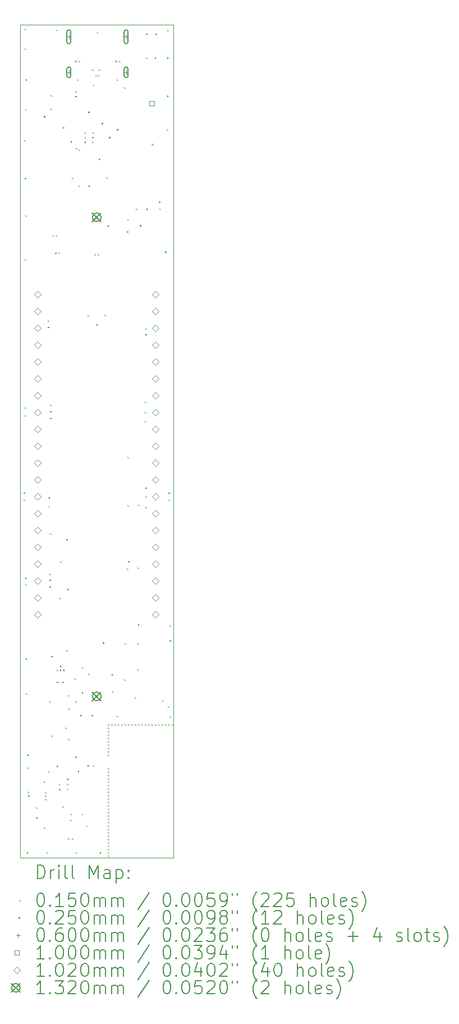
<source format=gbr>
%TF.GenerationSoftware,KiCad,Pcbnew,7.0.7*%
%TF.CreationDate,2024-03-28T15:45:58+01:00*%
%TF.ProjectId,Frackstock,46726163-6b73-4746-9f63-6b2e6b696361,2*%
%TF.SameCoordinates,Original*%
%TF.FileFunction,Drillmap*%
%TF.FilePolarity,Positive*%
%FSLAX45Y45*%
G04 Gerber Fmt 4.5, Leading zero omitted, Abs format (unit mm)*
G04 Created by KiCad (PCBNEW 7.0.7) date 2024-03-28 15:45:58*
%MOMM*%
%LPD*%
G01*
G04 APERTURE LIST*
%ADD10C,0.100000*%
%ADD11C,0.200000*%
%ADD12C,0.015000*%
%ADD13C,0.025000*%
%ADD14C,0.060000*%
%ADD15C,0.102000*%
%ADD16C,0.132000*%
G04 APERTURE END LIST*
D10*
X11838000Y-2662000D02*
X14142800Y-2662000D01*
X14142800Y-15212000D01*
X11838000Y-15212000D01*
X11838000Y-2662000D01*
D11*
D12*
X11887500Y-9709500D02*
X11902500Y-9724500D01*
X11902500Y-9709500D02*
X11887500Y-9724500D01*
X11887500Y-9814500D02*
X11902500Y-9829500D01*
X11902500Y-9814500D02*
X11887500Y-9829500D01*
X11894500Y-4393500D02*
X11909500Y-4408500D01*
X11909500Y-4393500D02*
X11894500Y-4408500D01*
X11900500Y-4967500D02*
X11915500Y-4982500D01*
X11915500Y-4967500D02*
X11900500Y-4982500D01*
X11902500Y-2722500D02*
X11917500Y-2737500D01*
X11917500Y-2722500D02*
X11902500Y-2737500D01*
X11902500Y-8429500D02*
X11917500Y-8444500D01*
X11917500Y-8429500D02*
X11902500Y-8444500D01*
X11902500Y-8544500D02*
X11917500Y-8559500D01*
X11917500Y-8544500D02*
X11902500Y-8559500D01*
X11903500Y-3015500D02*
X11918500Y-3030500D01*
X11918500Y-3015500D02*
X11903500Y-3030500D01*
X11903500Y-6188500D02*
X11918500Y-6203500D01*
X11918500Y-6188500D02*
X11903500Y-6203500D01*
X11906500Y-3926500D02*
X11921500Y-3941500D01*
X11921500Y-3926500D02*
X11906500Y-3941500D01*
X11907500Y-10989500D02*
X11922500Y-11004500D01*
X11922500Y-10989500D02*
X11907500Y-11004500D01*
X11907500Y-11089500D02*
X11922500Y-11104500D01*
X11922500Y-11089500D02*
X11907500Y-11104500D01*
X11908500Y-5531500D02*
X11923500Y-5546500D01*
X11923500Y-5531500D02*
X11908500Y-5546500D01*
X11915500Y-3481500D02*
X11930500Y-3496500D01*
X11930500Y-3481500D02*
X11915500Y-3496500D01*
X11915500Y-12210500D02*
X11930500Y-12225500D01*
X11930500Y-12210500D02*
X11915500Y-12225500D01*
X11920500Y-12736500D02*
X11935500Y-12751500D01*
X11935500Y-12736500D02*
X11920500Y-12751500D01*
X11932500Y-15132500D02*
X11947500Y-15147500D01*
X11947500Y-15132500D02*
X11932500Y-15147500D01*
X11941500Y-13661500D02*
X11956500Y-13676500D01*
X11956500Y-13661500D02*
X11941500Y-13676500D01*
X11943500Y-13851500D02*
X11958500Y-13866500D01*
X11958500Y-13851500D02*
X11943500Y-13866500D01*
X11943500Y-14217500D02*
X11958500Y-14232500D01*
X11958500Y-14217500D02*
X11943500Y-14232500D01*
X11952500Y-14272500D02*
X11967500Y-14287500D01*
X11967500Y-14272500D02*
X11952500Y-14287500D01*
X12072500Y-14452500D02*
X12087500Y-14467500D01*
X12087500Y-14452500D02*
X12072500Y-14467500D01*
X12072500Y-14602500D02*
X12087500Y-14617500D01*
X12087500Y-14602500D02*
X12072500Y-14617500D01*
X12192226Y-14067774D02*
X12207226Y-14082774D01*
X12207226Y-14067774D02*
X12192226Y-14082774D01*
X12192500Y-14762500D02*
X12207500Y-14777500D01*
X12207500Y-14762500D02*
X12192500Y-14777500D01*
X12205500Y-14229500D02*
X12220500Y-14244500D01*
X12220500Y-14229500D02*
X12205500Y-14244500D01*
X12205500Y-14279500D02*
X12220500Y-14294500D01*
X12220500Y-14279500D02*
X12205500Y-14294500D01*
X12205500Y-14329500D02*
X12220500Y-14344500D01*
X12220500Y-14329500D02*
X12205500Y-14344500D01*
X12232500Y-15132500D02*
X12247500Y-15147500D01*
X12247500Y-15132500D02*
X12232500Y-15147500D01*
X12252500Y-7112500D02*
X12267500Y-7127500D01*
X12267500Y-7112500D02*
X12252500Y-7127500D01*
X12252500Y-7212500D02*
X12267500Y-7227500D01*
X12267500Y-7212500D02*
X12252500Y-7227500D01*
X12256050Y-13912500D02*
X12271050Y-13927500D01*
X12271050Y-13912500D02*
X12256050Y-13927500D01*
X12262500Y-9782500D02*
X12277500Y-9797500D01*
X12277500Y-9782500D02*
X12262500Y-9797500D01*
X12262500Y-9912500D02*
X12277500Y-9927500D01*
X12277500Y-9912500D02*
X12262500Y-9927500D01*
X12272500Y-10932500D02*
X12287500Y-10947500D01*
X12287500Y-10932500D02*
X12272500Y-10947500D01*
X12272500Y-11022500D02*
X12287500Y-11037500D01*
X12287500Y-11022500D02*
X12272500Y-11037500D01*
X12272500Y-11122500D02*
X12287500Y-11137500D01*
X12287500Y-11122500D02*
X12272500Y-11137500D01*
X12273500Y-12852500D02*
X12288500Y-12867500D01*
X12288500Y-12852500D02*
X12273500Y-12867500D01*
X12282500Y-8382500D02*
X12297500Y-8397500D01*
X12297500Y-8382500D02*
X12282500Y-8397500D01*
X12282500Y-8482500D02*
X12297500Y-8497500D01*
X12297500Y-8482500D02*
X12282500Y-8497500D01*
X12282500Y-8582500D02*
X12297500Y-8597500D01*
X12297500Y-8582500D02*
X12282500Y-8597500D01*
X12282500Y-10322500D02*
X12297500Y-10337500D01*
X12297500Y-10322500D02*
X12282500Y-10337500D01*
X12292500Y-3722500D02*
X12307500Y-3737500D01*
X12307500Y-3722500D02*
X12292500Y-3737500D01*
X12292500Y-3922500D02*
X12307500Y-3937500D01*
X12307500Y-3922500D02*
X12292500Y-3937500D01*
X12302500Y-12172500D02*
X12317500Y-12187500D01*
X12317500Y-12172500D02*
X12302500Y-12187500D01*
X12302500Y-13372500D02*
X12317500Y-13387500D01*
X12317500Y-13372500D02*
X12302500Y-13387500D01*
X12322500Y-5832500D02*
X12337500Y-5847500D01*
X12337500Y-5832500D02*
X12322500Y-5847500D01*
X12362500Y-6094119D02*
X12377500Y-6109119D01*
X12377500Y-6094119D02*
X12362500Y-6109119D01*
X12372500Y-2732500D02*
X12387500Y-2747500D01*
X12387500Y-2732500D02*
X12372500Y-2747500D01*
X12372500Y-5832500D02*
X12387500Y-5847500D01*
X12387500Y-5832500D02*
X12372500Y-5847500D01*
X12380500Y-13829500D02*
X12395500Y-13844500D01*
X12395500Y-13829500D02*
X12380500Y-13844500D01*
X12382500Y-12382500D02*
X12397500Y-12397500D01*
X12397500Y-12382500D02*
X12382500Y-12397500D01*
X12382500Y-12562500D02*
X12397500Y-12577500D01*
X12397500Y-12562500D02*
X12382500Y-12577500D01*
X12412500Y-6092500D02*
X12427500Y-6107500D01*
X12427500Y-6092500D02*
X12412500Y-6107500D01*
X12414500Y-14103500D02*
X12429500Y-14118500D01*
X12429500Y-14103500D02*
X12414500Y-14118500D01*
X12416500Y-14180500D02*
X12431500Y-14195500D01*
X12431500Y-14180500D02*
X12416500Y-14195500D01*
X12428500Y-11295500D02*
X12443500Y-11310500D01*
X12443500Y-11295500D02*
X12428500Y-11310500D01*
X12432500Y-12322500D02*
X12447500Y-12337500D01*
X12447500Y-12322500D02*
X12432500Y-12337500D01*
X12432500Y-12382500D02*
X12447500Y-12397500D01*
X12447500Y-12382500D02*
X12432500Y-12397500D01*
X12439500Y-10743500D02*
X12454500Y-10758500D01*
X12454500Y-10743500D02*
X12439500Y-10758500D01*
X12467500Y-14440500D02*
X12482500Y-14455500D01*
X12482500Y-14440500D02*
X12467500Y-14455500D01*
X12472500Y-12562500D02*
X12487500Y-12577500D01*
X12487500Y-12562500D02*
X12472500Y-12577500D01*
X12482500Y-12382500D02*
X12497500Y-12397500D01*
X12497500Y-12382500D02*
X12482500Y-12397500D01*
X12512500Y-13252500D02*
X12527500Y-13267500D01*
X12527500Y-13252500D02*
X12512500Y-13267500D01*
X12532500Y-10412500D02*
X12547500Y-10427500D01*
X12547500Y-10412500D02*
X12532500Y-10427500D01*
X12532500Y-12082500D02*
X12547500Y-12097500D01*
X12547500Y-12082500D02*
X12532500Y-12097500D01*
X12540500Y-14097500D02*
X12555500Y-14112500D01*
X12555500Y-14097500D02*
X12540500Y-14112500D01*
X12541500Y-14021500D02*
X12556500Y-14036500D01*
X12556500Y-14021500D02*
X12541500Y-14036500D01*
X12542500Y-11162500D02*
X12557500Y-11177500D01*
X12557500Y-11162500D02*
X12542500Y-11177500D01*
X12542500Y-14179500D02*
X12557500Y-14194500D01*
X12557500Y-14179500D02*
X12542500Y-14194500D01*
X12552500Y-12762500D02*
X12567500Y-12777500D01*
X12567500Y-12762500D02*
X12552500Y-12777500D01*
X12552500Y-13422500D02*
X12567500Y-13437500D01*
X12567500Y-13422500D02*
X12552500Y-13437500D01*
X12557476Y-14920524D02*
X12572476Y-14935524D01*
X12572476Y-14920524D02*
X12557476Y-14935524D01*
X12562500Y-12962500D02*
X12577500Y-12977500D01*
X12577500Y-12962500D02*
X12562500Y-12977500D01*
X12585500Y-14641500D02*
X12600500Y-14656500D01*
X12600500Y-14641500D02*
X12585500Y-14656500D01*
X12592500Y-4412500D02*
X12607500Y-4427500D01*
X12607500Y-4412500D02*
X12592500Y-4427500D01*
X12592500Y-14552500D02*
X12607500Y-14567500D01*
X12607500Y-14552500D02*
X12592500Y-14567500D01*
X12611500Y-14923000D02*
X12626500Y-14938000D01*
X12626500Y-14923000D02*
X12611500Y-14938000D01*
X12612500Y-4962500D02*
X12627500Y-4977500D01*
X12627500Y-4962500D02*
X12612500Y-4977500D01*
X12651810Y-12511810D02*
X12666810Y-12526810D01*
X12666810Y-12511810D02*
X12651810Y-12526810D01*
X12661500Y-3202500D02*
X12676500Y-3217500D01*
X12676500Y-3202500D02*
X12661500Y-3217500D01*
X12662500Y-3662500D02*
X12677500Y-3677500D01*
X12677500Y-3662500D02*
X12662500Y-3677500D01*
X12662500Y-3732500D02*
X12677500Y-3747500D01*
X12677500Y-3732500D02*
X12662500Y-3747500D01*
X12662500Y-12852500D02*
X12677500Y-12867500D01*
X12677500Y-12852500D02*
X12662500Y-12867500D01*
X12662500Y-13689500D02*
X12677500Y-13704500D01*
X12677500Y-13689500D02*
X12662500Y-13704500D01*
X12672500Y-4512500D02*
X12687500Y-4527500D01*
X12687500Y-4512500D02*
X12672500Y-4527500D01*
X12672500Y-15132500D02*
X12687500Y-15147500D01*
X12687500Y-15132500D02*
X12672500Y-15147500D01*
X12692500Y-3482500D02*
X12707500Y-3497500D01*
X12707500Y-3482500D02*
X12692500Y-3497500D01*
X12702500Y-13902500D02*
X12717500Y-13917500D01*
X12717500Y-13902500D02*
X12702500Y-13917500D01*
X12712500Y-3202500D02*
X12727500Y-3217500D01*
X12727500Y-3202500D02*
X12712500Y-3217500D01*
X12712500Y-4542500D02*
X12727500Y-4557500D01*
X12727500Y-4542500D02*
X12712500Y-4557500D01*
X12712500Y-5082500D02*
X12727500Y-5097500D01*
X12727500Y-5082500D02*
X12712500Y-5097500D01*
X12742500Y-13062500D02*
X12757500Y-13077500D01*
X12757500Y-13062500D02*
X12742500Y-13077500D01*
X12762500Y-12342500D02*
X12777500Y-12357500D01*
X12777500Y-12342500D02*
X12762500Y-12357500D01*
X12762500Y-12716500D02*
X12777500Y-12731500D01*
X12777500Y-12716500D02*
X12762500Y-12731500D01*
X12762500Y-14552500D02*
X12777500Y-14567500D01*
X12777500Y-14552500D02*
X12762500Y-14567500D01*
X12804500Y-4282500D02*
X12819500Y-4297500D01*
X12819500Y-4282500D02*
X12804500Y-4297500D01*
X12805500Y-4419500D02*
X12820500Y-4434500D01*
X12820500Y-4419500D02*
X12805500Y-4434500D01*
X12808500Y-4353500D02*
X12823500Y-4368500D01*
X12823500Y-4353500D02*
X12808500Y-4368500D01*
X12829500Y-14729500D02*
X12844500Y-14744500D01*
X12844500Y-14729500D02*
X12829500Y-14744500D01*
X12847500Y-13819500D02*
X12862500Y-13834500D01*
X12862500Y-13819500D02*
X12847500Y-13834500D01*
X12852500Y-7032500D02*
X12867500Y-7047500D01*
X12867500Y-7032500D02*
X12852500Y-7047500D01*
X12862500Y-12442500D02*
X12877500Y-12457500D01*
X12877500Y-12442500D02*
X12862500Y-12457500D01*
X12864500Y-5082500D02*
X12879500Y-5097500D01*
X12879500Y-5082500D02*
X12864500Y-5097500D01*
X12912500Y-13062500D02*
X12927500Y-13077500D01*
X12927500Y-13062500D02*
X12912500Y-13077500D01*
X12917500Y-3329500D02*
X12932500Y-3344500D01*
X12932500Y-3329500D02*
X12917500Y-3344500D01*
X12919500Y-4350500D02*
X12934500Y-4365500D01*
X12934500Y-4350500D02*
X12919500Y-4365500D01*
X12920500Y-4420500D02*
X12935500Y-4435500D01*
X12935500Y-4420500D02*
X12920500Y-4435500D01*
X12924500Y-4279500D02*
X12939500Y-4294500D01*
X12939500Y-4279500D02*
X12924500Y-4294500D01*
X12931500Y-13823500D02*
X12946500Y-13838500D01*
X12946500Y-13823500D02*
X12931500Y-13838500D01*
X12932500Y-3562500D02*
X12947500Y-3577500D01*
X12947500Y-3562500D02*
X12932500Y-3577500D01*
X12952500Y-6112500D02*
X12967500Y-6127500D01*
X12967500Y-6112500D02*
X12952500Y-6127500D01*
X12972500Y-3412500D02*
X12987500Y-3427500D01*
X12987500Y-3412500D02*
X12972500Y-3427500D01*
X12982500Y-7172500D02*
X12997500Y-7187500D01*
X12997500Y-7172500D02*
X12982500Y-7187500D01*
X12991500Y-2766500D02*
X13006500Y-2781500D01*
X13006500Y-2766500D02*
X12991500Y-2781500D01*
X13002500Y-6112500D02*
X13017500Y-6127500D01*
X13017500Y-6112500D02*
X13002500Y-6127500D01*
X13012500Y-3412500D02*
X13027500Y-3427500D01*
X13027500Y-3412500D02*
X13012500Y-3427500D01*
X13017500Y-3332500D02*
X13032500Y-3347500D01*
X13032500Y-3332500D02*
X13017500Y-3347500D01*
X13032500Y-15132500D02*
X13047500Y-15147500D01*
X13047500Y-15132500D02*
X13032500Y-15147500D01*
X13102500Y-7032500D02*
X13117500Y-7047500D01*
X13117500Y-7032500D02*
X13102500Y-7047500D01*
X13132500Y-4952500D02*
X13147500Y-4967500D01*
X13147500Y-4952500D02*
X13132500Y-4967500D01*
X13152500Y-5682500D02*
X13167500Y-5697500D01*
X13167500Y-5682500D02*
X13152500Y-5697500D01*
X13155500Y-13204500D02*
X13170500Y-13219500D01*
X13170500Y-13204500D02*
X13155500Y-13219500D01*
X13155500Y-13255300D02*
X13170500Y-13270300D01*
X13170500Y-13255300D02*
X13155500Y-13270300D01*
X13155500Y-13306100D02*
X13170500Y-13321100D01*
X13170500Y-13306100D02*
X13155500Y-13321100D01*
X13155500Y-13356900D02*
X13170500Y-13371900D01*
X13170500Y-13356900D02*
X13155500Y-13371900D01*
X13155500Y-13407700D02*
X13170500Y-13422700D01*
X13170500Y-13407700D02*
X13155500Y-13422700D01*
X13155500Y-13458500D02*
X13170500Y-13473500D01*
X13170500Y-13458500D02*
X13155500Y-13473500D01*
X13155500Y-13509300D02*
X13170500Y-13524300D01*
X13170500Y-13509300D02*
X13155500Y-13524300D01*
X13155500Y-13560100D02*
X13170500Y-13575100D01*
X13170500Y-13560100D02*
X13155500Y-13575100D01*
X13155500Y-13610900D02*
X13170500Y-13625900D01*
X13170500Y-13610900D02*
X13155500Y-13625900D01*
X13155500Y-13661700D02*
X13170500Y-13676700D01*
X13170500Y-13661700D02*
X13155500Y-13676700D01*
X13155500Y-13864900D02*
X13170500Y-13879900D01*
X13170500Y-13864900D02*
X13155500Y-13879900D01*
X13155500Y-13915700D02*
X13170500Y-13930700D01*
X13170500Y-13915700D02*
X13155500Y-13930700D01*
X13155500Y-13966500D02*
X13170500Y-13981500D01*
X13170500Y-13966500D02*
X13155500Y-13981500D01*
X13155500Y-14017300D02*
X13170500Y-14032300D01*
X13170500Y-14017300D02*
X13155500Y-14032300D01*
X13155500Y-14068100D02*
X13170500Y-14083100D01*
X13170500Y-14068100D02*
X13155500Y-14083100D01*
X13155500Y-14118900D02*
X13170500Y-14133900D01*
X13170500Y-14118900D02*
X13155500Y-14133900D01*
X13155500Y-14169700D02*
X13170500Y-14184700D01*
X13170500Y-14169700D02*
X13155500Y-14184700D01*
X13155500Y-14220500D02*
X13170500Y-14235500D01*
X13170500Y-14220500D02*
X13155500Y-14235500D01*
X13155500Y-14271300D02*
X13170500Y-14286300D01*
X13170500Y-14271300D02*
X13155500Y-14286300D01*
X13155500Y-14322100D02*
X13170500Y-14337100D01*
X13170500Y-14322100D02*
X13155500Y-14337100D01*
X13155500Y-14372900D02*
X13170500Y-14387900D01*
X13170500Y-14372900D02*
X13155500Y-14387900D01*
X13155500Y-14423700D02*
X13170500Y-14438700D01*
X13170500Y-14423700D02*
X13155500Y-14438700D01*
X13155500Y-14474500D02*
X13170500Y-14489500D01*
X13170500Y-14474500D02*
X13155500Y-14489500D01*
X13155500Y-14525500D02*
X13170500Y-14540500D01*
X13170500Y-14525500D02*
X13155500Y-14540500D01*
X13155500Y-14576100D02*
X13170500Y-14591100D01*
X13170500Y-14576100D02*
X13155500Y-14591100D01*
X13155500Y-14626900D02*
X13170500Y-14641900D01*
X13170500Y-14626900D02*
X13155500Y-14641900D01*
X13155500Y-14677700D02*
X13170500Y-14692700D01*
X13170500Y-14677700D02*
X13155500Y-14692700D01*
X13155500Y-14728500D02*
X13170500Y-14743500D01*
X13170500Y-14728500D02*
X13155500Y-14743500D01*
X13155500Y-14779300D02*
X13170500Y-14794300D01*
X13170500Y-14779300D02*
X13155500Y-14794300D01*
X13155500Y-14830100D02*
X13170500Y-14845100D01*
X13170500Y-14830100D02*
X13155500Y-14845100D01*
X13155500Y-14880900D02*
X13170500Y-14895900D01*
X13170500Y-14880900D02*
X13155500Y-14895900D01*
X13155500Y-14931700D02*
X13170500Y-14946700D01*
X13170500Y-14931700D02*
X13155500Y-14946700D01*
X13155500Y-14982500D02*
X13170500Y-14997500D01*
X13170500Y-14982500D02*
X13155500Y-14997500D01*
X13155500Y-15033300D02*
X13170500Y-15048300D01*
X13170500Y-15033300D02*
X13155500Y-15048300D01*
X13155500Y-15084100D02*
X13170500Y-15099100D01*
X13170500Y-15084100D02*
X13155500Y-15099100D01*
X13155500Y-15134900D02*
X13170500Y-15149900D01*
X13170500Y-15134900D02*
X13155500Y-15149900D01*
X13155500Y-15185700D02*
X13170500Y-15200700D01*
X13170500Y-15185700D02*
X13155500Y-15200700D01*
X13206300Y-13204500D02*
X13221300Y-13219500D01*
X13221300Y-13204500D02*
X13206300Y-13219500D01*
X13222500Y-12702500D02*
X13237500Y-12717500D01*
X13237500Y-12702500D02*
X13222500Y-12717500D01*
X13257100Y-13204500D02*
X13272100Y-13219500D01*
X13272100Y-13204500D02*
X13257100Y-13219500D01*
X13269500Y-3202500D02*
X13284500Y-3217500D01*
X13284500Y-3202500D02*
X13269500Y-3217500D01*
X13292500Y-13072500D02*
X13307500Y-13087500D01*
X13307500Y-13072500D02*
X13292500Y-13087500D01*
X13294500Y-3480500D02*
X13309500Y-3495500D01*
X13309500Y-3480500D02*
X13294500Y-3495500D01*
X13307900Y-13204500D02*
X13322900Y-13219500D01*
X13322900Y-13204500D02*
X13307900Y-13219500D01*
X13324500Y-3202500D02*
X13339500Y-3217500D01*
X13339500Y-3202500D02*
X13324500Y-3217500D01*
X13358700Y-13204500D02*
X13373700Y-13219500D01*
X13373700Y-13204500D02*
X13358700Y-13219500D01*
X13402500Y-3602500D02*
X13417500Y-3617500D01*
X13417500Y-3602500D02*
X13402500Y-3617500D01*
X13402500Y-12527500D02*
X13417500Y-12542500D01*
X13417500Y-12527500D02*
X13402500Y-12542500D01*
X13409500Y-13204500D02*
X13424500Y-13219500D01*
X13424500Y-13204500D02*
X13409500Y-13219500D01*
X13412500Y-11982500D02*
X13427500Y-11997500D01*
X13427500Y-11982500D02*
X13412500Y-11997500D01*
X13442500Y-5772500D02*
X13457500Y-5787500D01*
X13457500Y-5772500D02*
X13442500Y-5787500D01*
X13442500Y-10858500D02*
X13457500Y-10873500D01*
X13457500Y-10858500D02*
X13442500Y-10873500D01*
X13452500Y-5592500D02*
X13467500Y-5607500D01*
X13467500Y-5592500D02*
X13452500Y-5607500D01*
X13452500Y-9172500D02*
X13467500Y-9187500D01*
X13467500Y-9172500D02*
X13452500Y-9187500D01*
X13452500Y-9902500D02*
X13467500Y-9917500D01*
X13467500Y-9902500D02*
X13452500Y-9917500D01*
X13460300Y-13204500D02*
X13475300Y-13219500D01*
X13475300Y-13204500D02*
X13460300Y-13219500D01*
X13462500Y-10742500D02*
X13477500Y-10757500D01*
X13477500Y-10742500D02*
X13462500Y-10757500D01*
X13511100Y-13204500D02*
X13526100Y-13219500D01*
X13526100Y-13204500D02*
X13511100Y-13219500D01*
X13561900Y-13204500D02*
X13576900Y-13219500D01*
X13576900Y-13204500D02*
X13561900Y-13219500D01*
X13562500Y-12792500D02*
X13577500Y-12807500D01*
X13577500Y-12792500D02*
X13562500Y-12807500D01*
X13582500Y-5428500D02*
X13597500Y-5443500D01*
X13597500Y-5428500D02*
X13582500Y-5443500D01*
X13601500Y-11982500D02*
X13616500Y-11997500D01*
X13616500Y-11982500D02*
X13601500Y-11997500D01*
X13602500Y-10842500D02*
X13617500Y-10857500D01*
X13617500Y-10842500D02*
X13602500Y-10857500D01*
X13602500Y-12372500D02*
X13617500Y-12387500D01*
X13617500Y-12372500D02*
X13602500Y-12387500D01*
X13608950Y-11692500D02*
X13623950Y-11707500D01*
X13623950Y-11692500D02*
X13608950Y-11707500D01*
X13612500Y-9892500D02*
X13627500Y-9907500D01*
X13627500Y-9892500D02*
X13612500Y-9907500D01*
X13612700Y-13204500D02*
X13627700Y-13219500D01*
X13627700Y-13204500D02*
X13612700Y-13219500D01*
X13663500Y-13204500D02*
X13678500Y-13219500D01*
X13678500Y-13204500D02*
X13663500Y-13219500D01*
X13712500Y-8342500D02*
X13727500Y-8357500D01*
X13727500Y-8342500D02*
X13712500Y-8357500D01*
X13712500Y-8492500D02*
X13727500Y-8507500D01*
X13727500Y-8492500D02*
X13712500Y-8507500D01*
X13712500Y-8632500D02*
X13727500Y-8647500D01*
X13727500Y-8632500D02*
X13712500Y-8647500D01*
X13714300Y-13204500D02*
X13729300Y-13219500D01*
X13729300Y-13204500D02*
X13714300Y-13219500D01*
X13722500Y-7232500D02*
X13737500Y-7247500D01*
X13737500Y-7232500D02*
X13722500Y-7247500D01*
X13722500Y-7322500D02*
X13737500Y-7337500D01*
X13737500Y-7322500D02*
X13722500Y-7337500D01*
X13722500Y-9632500D02*
X13737500Y-9647500D01*
X13737500Y-9632500D02*
X13722500Y-9647500D01*
X13722500Y-9762500D02*
X13737500Y-9777500D01*
X13737500Y-9762500D02*
X13722500Y-9777500D01*
X13722500Y-9922500D02*
X13737500Y-9937500D01*
X13737500Y-9922500D02*
X13722500Y-9937500D01*
X13732500Y-2792500D02*
X13747500Y-2807500D01*
X13747500Y-2792500D02*
X13732500Y-2807500D01*
X13732500Y-3152500D02*
X13747500Y-3167500D01*
X13747500Y-3152500D02*
X13732500Y-3167500D01*
X13736500Y-5428500D02*
X13751500Y-5443500D01*
X13751500Y-5428500D02*
X13736500Y-5443500D01*
X13765100Y-13204500D02*
X13780100Y-13219500D01*
X13780100Y-13204500D02*
X13765100Y-13219500D01*
X13815900Y-13204500D02*
X13830900Y-13219500D01*
X13830900Y-13204500D02*
X13815900Y-13219500D01*
X13862500Y-3152500D02*
X13877500Y-3167500D01*
X13877500Y-3152500D02*
X13862500Y-3167500D01*
X13866700Y-13204500D02*
X13881700Y-13219500D01*
X13881700Y-13204500D02*
X13866700Y-13219500D01*
X13872500Y-2792500D02*
X13887500Y-2807500D01*
X13887500Y-2792500D02*
X13872500Y-2807500D01*
X13917500Y-13204500D02*
X13932500Y-13219500D01*
X13932500Y-13204500D02*
X13917500Y-13219500D01*
X13924500Y-5324500D02*
X13939500Y-5339500D01*
X13939500Y-5324500D02*
X13924500Y-5339500D01*
X13935500Y-5430500D02*
X13950500Y-5445500D01*
X13950500Y-5430500D02*
X13935500Y-5445500D01*
X13968300Y-13204500D02*
X13983300Y-13219500D01*
X13983300Y-13204500D02*
X13968300Y-13219500D01*
X13972500Y-12842500D02*
X13987500Y-12857500D01*
X13987500Y-12842500D02*
X13972500Y-12857500D01*
X14019100Y-13204500D02*
X14034100Y-13219500D01*
X14034100Y-13204500D02*
X14019100Y-13219500D01*
X14046500Y-4238500D02*
X14061500Y-4253500D01*
X14061500Y-4238500D02*
X14046500Y-4253500D01*
X14048500Y-3725500D02*
X14063500Y-3740500D01*
X14063500Y-3725500D02*
X14048500Y-3740500D01*
X14049500Y-3152500D02*
X14064500Y-3167500D01*
X14064500Y-3152500D02*
X14049500Y-3167500D01*
X14051500Y-2735500D02*
X14066500Y-2750500D01*
X14066500Y-2735500D02*
X14051500Y-2750500D01*
X14062500Y-12932500D02*
X14077500Y-12947500D01*
X14077500Y-12932500D02*
X14062500Y-12947500D01*
X14067500Y-9709500D02*
X14082500Y-9724500D01*
X14082500Y-9709500D02*
X14067500Y-9724500D01*
X14067500Y-9814500D02*
X14082500Y-9829500D01*
X14082500Y-9814500D02*
X14067500Y-9829500D01*
X14069900Y-13204500D02*
X14084900Y-13219500D01*
X14084900Y-13204500D02*
X14069900Y-13219500D01*
X14085500Y-13084500D02*
X14100500Y-13099500D01*
X14100500Y-13084500D02*
X14085500Y-13099500D01*
X14089500Y-11936500D02*
X14104500Y-11951500D01*
X14104500Y-11936500D02*
X14089500Y-11951500D01*
X14090500Y-11710500D02*
X14105500Y-11725500D01*
X14105500Y-11710500D02*
X14090500Y-11725500D01*
X14120700Y-13204500D02*
X14135700Y-13219500D01*
X14135700Y-13204500D02*
X14120700Y-13219500D01*
D13*
X12212500Y-4050000D02*
G75*
G03*
X12212500Y-4050000I-12500J0D01*
G01*
X12500000Y-4212500D02*
G75*
G03*
X12500000Y-4212500I-12500J0D01*
G01*
X12882500Y-3981050D02*
G75*
G03*
X12882500Y-3981050I-12500J0D01*
G01*
X13041500Y-4691000D02*
G75*
G03*
X13041500Y-4691000I-12500J0D01*
G01*
X13087500Y-4150000D02*
G75*
G03*
X13087500Y-4150000I-12500J0D01*
G01*
X13102500Y-11980000D02*
G75*
G03*
X13102500Y-11980000I-12500J0D01*
G01*
X13200000Y-4362500D02*
G75*
G03*
X13200000Y-4362500I-12500J0D01*
G01*
X13234500Y-12460000D02*
G75*
G03*
X13234500Y-12460000I-12500J0D01*
G01*
X13313500Y-4243250D02*
G75*
G03*
X13313500Y-4243250I-12500J0D01*
G01*
X13662500Y-5690000D02*
G75*
G03*
X13662500Y-5690000I-12500J0D01*
G01*
X13842500Y-4467000D02*
G75*
G03*
X13842500Y-4467000I-12500J0D01*
G01*
X14042500Y-6090000D02*
G75*
G03*
X14042500Y-6090000I-12500J0D01*
G01*
D14*
X12568000Y-2812000D02*
X12568000Y-2872000D01*
X12538000Y-2842000D02*
X12598000Y-2842000D01*
D11*
X12598000Y-2917000D02*
X12598000Y-2767000D01*
X12598000Y-2767000D02*
G75*
G03*
X12538000Y-2767000I-30000J0D01*
G01*
X12538000Y-2767000D02*
X12538000Y-2917000D01*
X12538000Y-2917000D02*
G75*
G03*
X12598000Y-2917000I30000J0D01*
G01*
D14*
X12568000Y-3348000D02*
X12568000Y-3408000D01*
X12538000Y-3378000D02*
X12598000Y-3378000D01*
D11*
X12598000Y-3428000D02*
X12598000Y-3328000D01*
X12598000Y-3328000D02*
G75*
G03*
X12538000Y-3328000I-30000J0D01*
G01*
X12538000Y-3328000D02*
X12538000Y-3428000D01*
X12538000Y-3428000D02*
G75*
G03*
X12598000Y-3428000I30000J0D01*
G01*
D14*
X13432000Y-2812000D02*
X13432000Y-2872000D01*
X13402000Y-2842000D02*
X13462000Y-2842000D01*
D11*
X13462000Y-2917000D02*
X13462000Y-2767000D01*
X13462000Y-2767000D02*
G75*
G03*
X13402000Y-2767000I-30000J0D01*
G01*
X13402000Y-2767000D02*
X13402000Y-2917000D01*
X13402000Y-2917000D02*
G75*
G03*
X13462000Y-2917000I30000J0D01*
G01*
D14*
X13432000Y-3348000D02*
X13432000Y-3408000D01*
X13402000Y-3378000D02*
X13462000Y-3378000D01*
D11*
X13462000Y-3428000D02*
X13462000Y-3328000D01*
X13462000Y-3328000D02*
G75*
G03*
X13402000Y-3328000I-30000J0D01*
G01*
X13402000Y-3328000D02*
X13402000Y-3428000D01*
X13402000Y-3428000D02*
G75*
G03*
X13462000Y-3428000I30000J0D01*
G01*
D10*
X13855356Y-3880356D02*
X13855356Y-3809644D01*
X13784644Y-3809644D01*
X13784644Y-3880356D01*
X13855356Y-3880356D01*
D15*
X12100000Y-6773000D02*
X12151000Y-6722000D01*
X12100000Y-6671000D01*
X12049000Y-6722000D01*
X12100000Y-6773000D01*
X12100000Y-7027000D02*
X12151000Y-6976000D01*
X12100000Y-6925000D01*
X12049000Y-6976000D01*
X12100000Y-7027000D01*
X12100000Y-7281000D02*
X12151000Y-7230000D01*
X12100000Y-7179000D01*
X12049000Y-7230000D01*
X12100000Y-7281000D01*
X12100000Y-7535000D02*
X12151000Y-7484000D01*
X12100000Y-7433000D01*
X12049000Y-7484000D01*
X12100000Y-7535000D01*
X12100000Y-7789000D02*
X12151000Y-7738000D01*
X12100000Y-7687000D01*
X12049000Y-7738000D01*
X12100000Y-7789000D01*
X12100000Y-8043000D02*
X12151000Y-7992000D01*
X12100000Y-7941000D01*
X12049000Y-7992000D01*
X12100000Y-8043000D01*
X12100000Y-8297000D02*
X12151000Y-8246000D01*
X12100000Y-8195000D01*
X12049000Y-8246000D01*
X12100000Y-8297000D01*
X12100000Y-8551000D02*
X12151000Y-8500000D01*
X12100000Y-8449000D01*
X12049000Y-8500000D01*
X12100000Y-8551000D01*
X12100000Y-8805000D02*
X12151000Y-8754000D01*
X12100000Y-8703000D01*
X12049000Y-8754000D01*
X12100000Y-8805000D01*
X12100000Y-9059000D02*
X12151000Y-9008000D01*
X12100000Y-8957000D01*
X12049000Y-9008000D01*
X12100000Y-9059000D01*
X12100000Y-9313000D02*
X12151000Y-9262000D01*
X12100000Y-9211000D01*
X12049000Y-9262000D01*
X12100000Y-9313000D01*
X12100000Y-9567000D02*
X12151000Y-9516000D01*
X12100000Y-9465000D01*
X12049000Y-9516000D01*
X12100000Y-9567000D01*
X12100000Y-9821000D02*
X12151000Y-9770000D01*
X12100000Y-9719000D01*
X12049000Y-9770000D01*
X12100000Y-9821000D01*
X12100000Y-10075000D02*
X12151000Y-10024000D01*
X12100000Y-9973000D01*
X12049000Y-10024000D01*
X12100000Y-10075000D01*
X12100000Y-10329000D02*
X12151000Y-10278000D01*
X12100000Y-10227000D01*
X12049000Y-10278000D01*
X12100000Y-10329000D01*
X12100000Y-10583000D02*
X12151000Y-10532000D01*
X12100000Y-10481000D01*
X12049000Y-10532000D01*
X12100000Y-10583000D01*
X12100000Y-10837000D02*
X12151000Y-10786000D01*
X12100000Y-10735000D01*
X12049000Y-10786000D01*
X12100000Y-10837000D01*
X12100000Y-11091000D02*
X12151000Y-11040000D01*
X12100000Y-10989000D01*
X12049000Y-11040000D01*
X12100000Y-11091000D01*
X12100000Y-11345000D02*
X12151000Y-11294000D01*
X12100000Y-11243000D01*
X12049000Y-11294000D01*
X12100000Y-11345000D01*
X12100000Y-11599000D02*
X12151000Y-11548000D01*
X12100000Y-11497000D01*
X12049000Y-11548000D01*
X12100000Y-11599000D01*
X13878000Y-6773000D02*
X13929000Y-6722000D01*
X13878000Y-6671000D01*
X13827000Y-6722000D01*
X13878000Y-6773000D01*
X13878000Y-7027000D02*
X13929000Y-6976000D01*
X13878000Y-6925000D01*
X13827000Y-6976000D01*
X13878000Y-7027000D01*
X13878000Y-7281000D02*
X13929000Y-7230000D01*
X13878000Y-7179000D01*
X13827000Y-7230000D01*
X13878000Y-7281000D01*
X13878000Y-7535000D02*
X13929000Y-7484000D01*
X13878000Y-7433000D01*
X13827000Y-7484000D01*
X13878000Y-7535000D01*
X13878000Y-7789000D02*
X13929000Y-7738000D01*
X13878000Y-7687000D01*
X13827000Y-7738000D01*
X13878000Y-7789000D01*
X13878000Y-8043000D02*
X13929000Y-7992000D01*
X13878000Y-7941000D01*
X13827000Y-7992000D01*
X13878000Y-8043000D01*
X13878000Y-8297000D02*
X13929000Y-8246000D01*
X13878000Y-8195000D01*
X13827000Y-8246000D01*
X13878000Y-8297000D01*
X13878000Y-8551000D02*
X13929000Y-8500000D01*
X13878000Y-8449000D01*
X13827000Y-8500000D01*
X13878000Y-8551000D01*
X13878000Y-8805000D02*
X13929000Y-8754000D01*
X13878000Y-8703000D01*
X13827000Y-8754000D01*
X13878000Y-8805000D01*
X13878000Y-9059000D02*
X13929000Y-9008000D01*
X13878000Y-8957000D01*
X13827000Y-9008000D01*
X13878000Y-9059000D01*
X13878000Y-9313000D02*
X13929000Y-9262000D01*
X13878000Y-9211000D01*
X13827000Y-9262000D01*
X13878000Y-9313000D01*
X13878000Y-9567000D02*
X13929000Y-9516000D01*
X13878000Y-9465000D01*
X13827000Y-9516000D01*
X13878000Y-9567000D01*
X13878000Y-9821000D02*
X13929000Y-9770000D01*
X13878000Y-9719000D01*
X13827000Y-9770000D01*
X13878000Y-9821000D01*
X13878000Y-10075000D02*
X13929000Y-10024000D01*
X13878000Y-9973000D01*
X13827000Y-10024000D01*
X13878000Y-10075000D01*
X13878000Y-10329000D02*
X13929000Y-10278000D01*
X13878000Y-10227000D01*
X13827000Y-10278000D01*
X13878000Y-10329000D01*
X13878000Y-10583000D02*
X13929000Y-10532000D01*
X13878000Y-10481000D01*
X13827000Y-10532000D01*
X13878000Y-10583000D01*
X13878000Y-10837000D02*
X13929000Y-10786000D01*
X13878000Y-10735000D01*
X13827000Y-10786000D01*
X13878000Y-10837000D01*
X13878000Y-11091000D02*
X13929000Y-11040000D01*
X13878000Y-10989000D01*
X13827000Y-11040000D01*
X13878000Y-11091000D01*
X13878000Y-11345000D02*
X13929000Y-11294000D01*
X13878000Y-11243000D01*
X13827000Y-11294000D01*
X13878000Y-11345000D01*
X13878000Y-11599000D02*
X13929000Y-11548000D01*
X13878000Y-11497000D01*
X13827000Y-11548000D01*
X13878000Y-11599000D01*
D16*
X12922000Y-5496000D02*
X13054000Y-5628000D01*
X13054000Y-5496000D02*
X12922000Y-5628000D01*
X13054000Y-5562000D02*
G75*
G03*
X13054000Y-5562000I-66000J0D01*
G01*
X12922000Y-12718000D02*
X13054000Y-12850000D01*
X13054000Y-12718000D02*
X12922000Y-12850000D01*
X13054000Y-12784000D02*
G75*
G03*
X13054000Y-12784000I-66000J0D01*
G01*
D11*
X12093777Y-15528484D02*
X12093777Y-15328484D01*
X12093777Y-15328484D02*
X12141396Y-15328484D01*
X12141396Y-15328484D02*
X12169967Y-15338008D01*
X12169967Y-15338008D02*
X12189015Y-15357055D01*
X12189015Y-15357055D02*
X12198539Y-15376103D01*
X12198539Y-15376103D02*
X12208062Y-15414198D01*
X12208062Y-15414198D02*
X12208062Y-15442769D01*
X12208062Y-15442769D02*
X12198539Y-15480865D01*
X12198539Y-15480865D02*
X12189015Y-15499912D01*
X12189015Y-15499912D02*
X12169967Y-15518960D01*
X12169967Y-15518960D02*
X12141396Y-15528484D01*
X12141396Y-15528484D02*
X12093777Y-15528484D01*
X12293777Y-15528484D02*
X12293777Y-15395150D01*
X12293777Y-15433246D02*
X12303301Y-15414198D01*
X12303301Y-15414198D02*
X12312824Y-15404674D01*
X12312824Y-15404674D02*
X12331872Y-15395150D01*
X12331872Y-15395150D02*
X12350920Y-15395150D01*
X12417586Y-15528484D02*
X12417586Y-15395150D01*
X12417586Y-15328484D02*
X12408062Y-15338008D01*
X12408062Y-15338008D02*
X12417586Y-15347531D01*
X12417586Y-15347531D02*
X12427110Y-15338008D01*
X12427110Y-15338008D02*
X12417586Y-15328484D01*
X12417586Y-15328484D02*
X12417586Y-15347531D01*
X12541396Y-15528484D02*
X12522348Y-15518960D01*
X12522348Y-15518960D02*
X12512824Y-15499912D01*
X12512824Y-15499912D02*
X12512824Y-15328484D01*
X12646158Y-15528484D02*
X12627110Y-15518960D01*
X12627110Y-15518960D02*
X12617586Y-15499912D01*
X12617586Y-15499912D02*
X12617586Y-15328484D01*
X12874729Y-15528484D02*
X12874729Y-15328484D01*
X12874729Y-15328484D02*
X12941396Y-15471341D01*
X12941396Y-15471341D02*
X13008062Y-15328484D01*
X13008062Y-15328484D02*
X13008062Y-15528484D01*
X13189015Y-15528484D02*
X13189015Y-15423722D01*
X13189015Y-15423722D02*
X13179491Y-15404674D01*
X13179491Y-15404674D02*
X13160443Y-15395150D01*
X13160443Y-15395150D02*
X13122348Y-15395150D01*
X13122348Y-15395150D02*
X13103301Y-15404674D01*
X13189015Y-15518960D02*
X13169967Y-15528484D01*
X13169967Y-15528484D02*
X13122348Y-15528484D01*
X13122348Y-15528484D02*
X13103301Y-15518960D01*
X13103301Y-15518960D02*
X13093777Y-15499912D01*
X13093777Y-15499912D02*
X13093777Y-15480865D01*
X13093777Y-15480865D02*
X13103301Y-15461817D01*
X13103301Y-15461817D02*
X13122348Y-15452293D01*
X13122348Y-15452293D02*
X13169967Y-15452293D01*
X13169967Y-15452293D02*
X13189015Y-15442769D01*
X13284253Y-15395150D02*
X13284253Y-15595150D01*
X13284253Y-15404674D02*
X13303301Y-15395150D01*
X13303301Y-15395150D02*
X13341396Y-15395150D01*
X13341396Y-15395150D02*
X13360443Y-15404674D01*
X13360443Y-15404674D02*
X13369967Y-15414198D01*
X13369967Y-15414198D02*
X13379491Y-15433246D01*
X13379491Y-15433246D02*
X13379491Y-15490388D01*
X13379491Y-15490388D02*
X13369967Y-15509436D01*
X13369967Y-15509436D02*
X13360443Y-15518960D01*
X13360443Y-15518960D02*
X13341396Y-15528484D01*
X13341396Y-15528484D02*
X13303301Y-15528484D01*
X13303301Y-15528484D02*
X13284253Y-15518960D01*
X13465205Y-15509436D02*
X13474729Y-15518960D01*
X13474729Y-15518960D02*
X13465205Y-15528484D01*
X13465205Y-15528484D02*
X13455682Y-15518960D01*
X13455682Y-15518960D02*
X13465205Y-15509436D01*
X13465205Y-15509436D02*
X13465205Y-15528484D01*
X13465205Y-15404674D02*
X13474729Y-15414198D01*
X13474729Y-15414198D02*
X13465205Y-15423722D01*
X13465205Y-15423722D02*
X13455682Y-15414198D01*
X13455682Y-15414198D02*
X13465205Y-15404674D01*
X13465205Y-15404674D02*
X13465205Y-15423722D01*
D12*
X11818000Y-15849500D02*
X11833000Y-15864500D01*
X11833000Y-15849500D02*
X11818000Y-15864500D01*
D11*
X12131872Y-15748484D02*
X12150920Y-15748484D01*
X12150920Y-15748484D02*
X12169967Y-15758008D01*
X12169967Y-15758008D02*
X12179491Y-15767531D01*
X12179491Y-15767531D02*
X12189015Y-15786579D01*
X12189015Y-15786579D02*
X12198539Y-15824674D01*
X12198539Y-15824674D02*
X12198539Y-15872293D01*
X12198539Y-15872293D02*
X12189015Y-15910388D01*
X12189015Y-15910388D02*
X12179491Y-15929436D01*
X12179491Y-15929436D02*
X12169967Y-15938960D01*
X12169967Y-15938960D02*
X12150920Y-15948484D01*
X12150920Y-15948484D02*
X12131872Y-15948484D01*
X12131872Y-15948484D02*
X12112824Y-15938960D01*
X12112824Y-15938960D02*
X12103301Y-15929436D01*
X12103301Y-15929436D02*
X12093777Y-15910388D01*
X12093777Y-15910388D02*
X12084253Y-15872293D01*
X12084253Y-15872293D02*
X12084253Y-15824674D01*
X12084253Y-15824674D02*
X12093777Y-15786579D01*
X12093777Y-15786579D02*
X12103301Y-15767531D01*
X12103301Y-15767531D02*
X12112824Y-15758008D01*
X12112824Y-15758008D02*
X12131872Y-15748484D01*
X12284253Y-15929436D02*
X12293777Y-15938960D01*
X12293777Y-15938960D02*
X12284253Y-15948484D01*
X12284253Y-15948484D02*
X12274729Y-15938960D01*
X12274729Y-15938960D02*
X12284253Y-15929436D01*
X12284253Y-15929436D02*
X12284253Y-15948484D01*
X12484253Y-15948484D02*
X12369967Y-15948484D01*
X12427110Y-15948484D02*
X12427110Y-15748484D01*
X12427110Y-15748484D02*
X12408062Y-15777055D01*
X12408062Y-15777055D02*
X12389015Y-15796103D01*
X12389015Y-15796103D02*
X12369967Y-15805627D01*
X12665205Y-15748484D02*
X12569967Y-15748484D01*
X12569967Y-15748484D02*
X12560443Y-15843722D01*
X12560443Y-15843722D02*
X12569967Y-15834198D01*
X12569967Y-15834198D02*
X12589015Y-15824674D01*
X12589015Y-15824674D02*
X12636634Y-15824674D01*
X12636634Y-15824674D02*
X12655682Y-15834198D01*
X12655682Y-15834198D02*
X12665205Y-15843722D01*
X12665205Y-15843722D02*
X12674729Y-15862769D01*
X12674729Y-15862769D02*
X12674729Y-15910388D01*
X12674729Y-15910388D02*
X12665205Y-15929436D01*
X12665205Y-15929436D02*
X12655682Y-15938960D01*
X12655682Y-15938960D02*
X12636634Y-15948484D01*
X12636634Y-15948484D02*
X12589015Y-15948484D01*
X12589015Y-15948484D02*
X12569967Y-15938960D01*
X12569967Y-15938960D02*
X12560443Y-15929436D01*
X12798539Y-15748484D02*
X12817586Y-15748484D01*
X12817586Y-15748484D02*
X12836634Y-15758008D01*
X12836634Y-15758008D02*
X12846158Y-15767531D01*
X12846158Y-15767531D02*
X12855682Y-15786579D01*
X12855682Y-15786579D02*
X12865205Y-15824674D01*
X12865205Y-15824674D02*
X12865205Y-15872293D01*
X12865205Y-15872293D02*
X12855682Y-15910388D01*
X12855682Y-15910388D02*
X12846158Y-15929436D01*
X12846158Y-15929436D02*
X12836634Y-15938960D01*
X12836634Y-15938960D02*
X12817586Y-15948484D01*
X12817586Y-15948484D02*
X12798539Y-15948484D01*
X12798539Y-15948484D02*
X12779491Y-15938960D01*
X12779491Y-15938960D02*
X12769967Y-15929436D01*
X12769967Y-15929436D02*
X12760443Y-15910388D01*
X12760443Y-15910388D02*
X12750920Y-15872293D01*
X12750920Y-15872293D02*
X12750920Y-15824674D01*
X12750920Y-15824674D02*
X12760443Y-15786579D01*
X12760443Y-15786579D02*
X12769967Y-15767531D01*
X12769967Y-15767531D02*
X12779491Y-15758008D01*
X12779491Y-15758008D02*
X12798539Y-15748484D01*
X12950920Y-15948484D02*
X12950920Y-15815150D01*
X12950920Y-15834198D02*
X12960443Y-15824674D01*
X12960443Y-15824674D02*
X12979491Y-15815150D01*
X12979491Y-15815150D02*
X13008063Y-15815150D01*
X13008063Y-15815150D02*
X13027110Y-15824674D01*
X13027110Y-15824674D02*
X13036634Y-15843722D01*
X13036634Y-15843722D02*
X13036634Y-15948484D01*
X13036634Y-15843722D02*
X13046158Y-15824674D01*
X13046158Y-15824674D02*
X13065205Y-15815150D01*
X13065205Y-15815150D02*
X13093777Y-15815150D01*
X13093777Y-15815150D02*
X13112824Y-15824674D01*
X13112824Y-15824674D02*
X13122348Y-15843722D01*
X13122348Y-15843722D02*
X13122348Y-15948484D01*
X13217586Y-15948484D02*
X13217586Y-15815150D01*
X13217586Y-15834198D02*
X13227110Y-15824674D01*
X13227110Y-15824674D02*
X13246158Y-15815150D01*
X13246158Y-15815150D02*
X13274729Y-15815150D01*
X13274729Y-15815150D02*
X13293777Y-15824674D01*
X13293777Y-15824674D02*
X13303301Y-15843722D01*
X13303301Y-15843722D02*
X13303301Y-15948484D01*
X13303301Y-15843722D02*
X13312824Y-15824674D01*
X13312824Y-15824674D02*
X13331872Y-15815150D01*
X13331872Y-15815150D02*
X13360443Y-15815150D01*
X13360443Y-15815150D02*
X13379491Y-15824674D01*
X13379491Y-15824674D02*
X13389015Y-15843722D01*
X13389015Y-15843722D02*
X13389015Y-15948484D01*
X13779491Y-15738960D02*
X13608063Y-15996103D01*
X14036634Y-15748484D02*
X14055682Y-15748484D01*
X14055682Y-15748484D02*
X14074729Y-15758008D01*
X14074729Y-15758008D02*
X14084253Y-15767531D01*
X14084253Y-15767531D02*
X14093777Y-15786579D01*
X14093777Y-15786579D02*
X14103301Y-15824674D01*
X14103301Y-15824674D02*
X14103301Y-15872293D01*
X14103301Y-15872293D02*
X14093777Y-15910388D01*
X14093777Y-15910388D02*
X14084253Y-15929436D01*
X14084253Y-15929436D02*
X14074729Y-15938960D01*
X14074729Y-15938960D02*
X14055682Y-15948484D01*
X14055682Y-15948484D02*
X14036634Y-15948484D01*
X14036634Y-15948484D02*
X14017586Y-15938960D01*
X14017586Y-15938960D02*
X14008063Y-15929436D01*
X14008063Y-15929436D02*
X13998539Y-15910388D01*
X13998539Y-15910388D02*
X13989015Y-15872293D01*
X13989015Y-15872293D02*
X13989015Y-15824674D01*
X13989015Y-15824674D02*
X13998539Y-15786579D01*
X13998539Y-15786579D02*
X14008063Y-15767531D01*
X14008063Y-15767531D02*
X14017586Y-15758008D01*
X14017586Y-15758008D02*
X14036634Y-15748484D01*
X14189015Y-15929436D02*
X14198539Y-15938960D01*
X14198539Y-15938960D02*
X14189015Y-15948484D01*
X14189015Y-15948484D02*
X14179491Y-15938960D01*
X14179491Y-15938960D02*
X14189015Y-15929436D01*
X14189015Y-15929436D02*
X14189015Y-15948484D01*
X14322348Y-15748484D02*
X14341396Y-15748484D01*
X14341396Y-15748484D02*
X14360444Y-15758008D01*
X14360444Y-15758008D02*
X14369967Y-15767531D01*
X14369967Y-15767531D02*
X14379491Y-15786579D01*
X14379491Y-15786579D02*
X14389015Y-15824674D01*
X14389015Y-15824674D02*
X14389015Y-15872293D01*
X14389015Y-15872293D02*
X14379491Y-15910388D01*
X14379491Y-15910388D02*
X14369967Y-15929436D01*
X14369967Y-15929436D02*
X14360444Y-15938960D01*
X14360444Y-15938960D02*
X14341396Y-15948484D01*
X14341396Y-15948484D02*
X14322348Y-15948484D01*
X14322348Y-15948484D02*
X14303301Y-15938960D01*
X14303301Y-15938960D02*
X14293777Y-15929436D01*
X14293777Y-15929436D02*
X14284253Y-15910388D01*
X14284253Y-15910388D02*
X14274729Y-15872293D01*
X14274729Y-15872293D02*
X14274729Y-15824674D01*
X14274729Y-15824674D02*
X14284253Y-15786579D01*
X14284253Y-15786579D02*
X14293777Y-15767531D01*
X14293777Y-15767531D02*
X14303301Y-15758008D01*
X14303301Y-15758008D02*
X14322348Y-15748484D01*
X14512825Y-15748484D02*
X14531872Y-15748484D01*
X14531872Y-15748484D02*
X14550920Y-15758008D01*
X14550920Y-15758008D02*
X14560444Y-15767531D01*
X14560444Y-15767531D02*
X14569967Y-15786579D01*
X14569967Y-15786579D02*
X14579491Y-15824674D01*
X14579491Y-15824674D02*
X14579491Y-15872293D01*
X14579491Y-15872293D02*
X14569967Y-15910388D01*
X14569967Y-15910388D02*
X14560444Y-15929436D01*
X14560444Y-15929436D02*
X14550920Y-15938960D01*
X14550920Y-15938960D02*
X14531872Y-15948484D01*
X14531872Y-15948484D02*
X14512825Y-15948484D01*
X14512825Y-15948484D02*
X14493777Y-15938960D01*
X14493777Y-15938960D02*
X14484253Y-15929436D01*
X14484253Y-15929436D02*
X14474729Y-15910388D01*
X14474729Y-15910388D02*
X14465206Y-15872293D01*
X14465206Y-15872293D02*
X14465206Y-15824674D01*
X14465206Y-15824674D02*
X14474729Y-15786579D01*
X14474729Y-15786579D02*
X14484253Y-15767531D01*
X14484253Y-15767531D02*
X14493777Y-15758008D01*
X14493777Y-15758008D02*
X14512825Y-15748484D01*
X14760444Y-15748484D02*
X14665206Y-15748484D01*
X14665206Y-15748484D02*
X14655682Y-15843722D01*
X14655682Y-15843722D02*
X14665206Y-15834198D01*
X14665206Y-15834198D02*
X14684253Y-15824674D01*
X14684253Y-15824674D02*
X14731872Y-15824674D01*
X14731872Y-15824674D02*
X14750920Y-15834198D01*
X14750920Y-15834198D02*
X14760444Y-15843722D01*
X14760444Y-15843722D02*
X14769967Y-15862769D01*
X14769967Y-15862769D02*
X14769967Y-15910388D01*
X14769967Y-15910388D02*
X14760444Y-15929436D01*
X14760444Y-15929436D02*
X14750920Y-15938960D01*
X14750920Y-15938960D02*
X14731872Y-15948484D01*
X14731872Y-15948484D02*
X14684253Y-15948484D01*
X14684253Y-15948484D02*
X14665206Y-15938960D01*
X14665206Y-15938960D02*
X14655682Y-15929436D01*
X14865206Y-15948484D02*
X14903301Y-15948484D01*
X14903301Y-15948484D02*
X14922348Y-15938960D01*
X14922348Y-15938960D02*
X14931872Y-15929436D01*
X14931872Y-15929436D02*
X14950920Y-15900865D01*
X14950920Y-15900865D02*
X14960444Y-15862769D01*
X14960444Y-15862769D02*
X14960444Y-15786579D01*
X14960444Y-15786579D02*
X14950920Y-15767531D01*
X14950920Y-15767531D02*
X14941396Y-15758008D01*
X14941396Y-15758008D02*
X14922348Y-15748484D01*
X14922348Y-15748484D02*
X14884253Y-15748484D01*
X14884253Y-15748484D02*
X14865206Y-15758008D01*
X14865206Y-15758008D02*
X14855682Y-15767531D01*
X14855682Y-15767531D02*
X14846158Y-15786579D01*
X14846158Y-15786579D02*
X14846158Y-15834198D01*
X14846158Y-15834198D02*
X14855682Y-15853246D01*
X14855682Y-15853246D02*
X14865206Y-15862769D01*
X14865206Y-15862769D02*
X14884253Y-15872293D01*
X14884253Y-15872293D02*
X14922348Y-15872293D01*
X14922348Y-15872293D02*
X14941396Y-15862769D01*
X14941396Y-15862769D02*
X14950920Y-15853246D01*
X14950920Y-15853246D02*
X14960444Y-15834198D01*
X15036634Y-15748484D02*
X15036634Y-15786579D01*
X15112825Y-15748484D02*
X15112825Y-15786579D01*
X15408063Y-16024674D02*
X15398539Y-16015150D01*
X15398539Y-16015150D02*
X15379491Y-15986579D01*
X15379491Y-15986579D02*
X15369968Y-15967531D01*
X15369968Y-15967531D02*
X15360444Y-15938960D01*
X15360444Y-15938960D02*
X15350920Y-15891341D01*
X15350920Y-15891341D02*
X15350920Y-15853246D01*
X15350920Y-15853246D02*
X15360444Y-15805627D01*
X15360444Y-15805627D02*
X15369968Y-15777055D01*
X15369968Y-15777055D02*
X15379491Y-15758008D01*
X15379491Y-15758008D02*
X15398539Y-15729436D01*
X15398539Y-15729436D02*
X15408063Y-15719912D01*
X15474729Y-15767531D02*
X15484253Y-15758008D01*
X15484253Y-15758008D02*
X15503301Y-15748484D01*
X15503301Y-15748484D02*
X15550920Y-15748484D01*
X15550920Y-15748484D02*
X15569968Y-15758008D01*
X15569968Y-15758008D02*
X15579491Y-15767531D01*
X15579491Y-15767531D02*
X15589015Y-15786579D01*
X15589015Y-15786579D02*
X15589015Y-15805627D01*
X15589015Y-15805627D02*
X15579491Y-15834198D01*
X15579491Y-15834198D02*
X15465206Y-15948484D01*
X15465206Y-15948484D02*
X15589015Y-15948484D01*
X15665206Y-15767531D02*
X15674729Y-15758008D01*
X15674729Y-15758008D02*
X15693777Y-15748484D01*
X15693777Y-15748484D02*
X15741396Y-15748484D01*
X15741396Y-15748484D02*
X15760444Y-15758008D01*
X15760444Y-15758008D02*
X15769968Y-15767531D01*
X15769968Y-15767531D02*
X15779491Y-15786579D01*
X15779491Y-15786579D02*
X15779491Y-15805627D01*
X15779491Y-15805627D02*
X15769968Y-15834198D01*
X15769968Y-15834198D02*
X15655682Y-15948484D01*
X15655682Y-15948484D02*
X15779491Y-15948484D01*
X15960444Y-15748484D02*
X15865206Y-15748484D01*
X15865206Y-15748484D02*
X15855682Y-15843722D01*
X15855682Y-15843722D02*
X15865206Y-15834198D01*
X15865206Y-15834198D02*
X15884253Y-15824674D01*
X15884253Y-15824674D02*
X15931872Y-15824674D01*
X15931872Y-15824674D02*
X15950920Y-15834198D01*
X15950920Y-15834198D02*
X15960444Y-15843722D01*
X15960444Y-15843722D02*
X15969968Y-15862769D01*
X15969968Y-15862769D02*
X15969968Y-15910388D01*
X15969968Y-15910388D02*
X15960444Y-15929436D01*
X15960444Y-15929436D02*
X15950920Y-15938960D01*
X15950920Y-15938960D02*
X15931872Y-15948484D01*
X15931872Y-15948484D02*
X15884253Y-15948484D01*
X15884253Y-15948484D02*
X15865206Y-15938960D01*
X15865206Y-15938960D02*
X15855682Y-15929436D01*
X16208063Y-15948484D02*
X16208063Y-15748484D01*
X16293777Y-15948484D02*
X16293777Y-15843722D01*
X16293777Y-15843722D02*
X16284253Y-15824674D01*
X16284253Y-15824674D02*
X16265206Y-15815150D01*
X16265206Y-15815150D02*
X16236634Y-15815150D01*
X16236634Y-15815150D02*
X16217587Y-15824674D01*
X16217587Y-15824674D02*
X16208063Y-15834198D01*
X16417587Y-15948484D02*
X16398539Y-15938960D01*
X16398539Y-15938960D02*
X16389015Y-15929436D01*
X16389015Y-15929436D02*
X16379491Y-15910388D01*
X16379491Y-15910388D02*
X16379491Y-15853246D01*
X16379491Y-15853246D02*
X16389015Y-15834198D01*
X16389015Y-15834198D02*
X16398539Y-15824674D01*
X16398539Y-15824674D02*
X16417587Y-15815150D01*
X16417587Y-15815150D02*
X16446158Y-15815150D01*
X16446158Y-15815150D02*
X16465206Y-15824674D01*
X16465206Y-15824674D02*
X16474730Y-15834198D01*
X16474730Y-15834198D02*
X16484253Y-15853246D01*
X16484253Y-15853246D02*
X16484253Y-15910388D01*
X16484253Y-15910388D02*
X16474730Y-15929436D01*
X16474730Y-15929436D02*
X16465206Y-15938960D01*
X16465206Y-15938960D02*
X16446158Y-15948484D01*
X16446158Y-15948484D02*
X16417587Y-15948484D01*
X16598539Y-15948484D02*
X16579491Y-15938960D01*
X16579491Y-15938960D02*
X16569968Y-15919912D01*
X16569968Y-15919912D02*
X16569968Y-15748484D01*
X16750920Y-15938960D02*
X16731872Y-15948484D01*
X16731872Y-15948484D02*
X16693777Y-15948484D01*
X16693777Y-15948484D02*
X16674730Y-15938960D01*
X16674730Y-15938960D02*
X16665206Y-15919912D01*
X16665206Y-15919912D02*
X16665206Y-15843722D01*
X16665206Y-15843722D02*
X16674730Y-15824674D01*
X16674730Y-15824674D02*
X16693777Y-15815150D01*
X16693777Y-15815150D02*
X16731872Y-15815150D01*
X16731872Y-15815150D02*
X16750920Y-15824674D01*
X16750920Y-15824674D02*
X16760444Y-15843722D01*
X16760444Y-15843722D02*
X16760444Y-15862769D01*
X16760444Y-15862769D02*
X16665206Y-15881817D01*
X16836634Y-15938960D02*
X16855682Y-15948484D01*
X16855682Y-15948484D02*
X16893777Y-15948484D01*
X16893777Y-15948484D02*
X16912825Y-15938960D01*
X16912825Y-15938960D02*
X16922349Y-15919912D01*
X16922349Y-15919912D02*
X16922349Y-15910388D01*
X16922349Y-15910388D02*
X16912825Y-15891341D01*
X16912825Y-15891341D02*
X16893777Y-15881817D01*
X16893777Y-15881817D02*
X16865206Y-15881817D01*
X16865206Y-15881817D02*
X16846158Y-15872293D01*
X16846158Y-15872293D02*
X16836634Y-15853246D01*
X16836634Y-15853246D02*
X16836634Y-15843722D01*
X16836634Y-15843722D02*
X16846158Y-15824674D01*
X16846158Y-15824674D02*
X16865206Y-15815150D01*
X16865206Y-15815150D02*
X16893777Y-15815150D01*
X16893777Y-15815150D02*
X16912825Y-15824674D01*
X16989015Y-16024674D02*
X16998539Y-16015150D01*
X16998539Y-16015150D02*
X17017587Y-15986579D01*
X17017587Y-15986579D02*
X17027111Y-15967531D01*
X17027111Y-15967531D02*
X17036634Y-15938960D01*
X17036634Y-15938960D02*
X17046158Y-15891341D01*
X17046158Y-15891341D02*
X17046158Y-15853246D01*
X17046158Y-15853246D02*
X17036634Y-15805627D01*
X17036634Y-15805627D02*
X17027111Y-15777055D01*
X17027111Y-15777055D02*
X17017587Y-15758008D01*
X17017587Y-15758008D02*
X16998539Y-15729436D01*
X16998539Y-15729436D02*
X16989015Y-15719912D01*
D13*
X11833000Y-16121000D02*
G75*
G03*
X11833000Y-16121000I-12500J0D01*
G01*
D11*
X12131872Y-16012484D02*
X12150920Y-16012484D01*
X12150920Y-16012484D02*
X12169967Y-16022008D01*
X12169967Y-16022008D02*
X12179491Y-16031531D01*
X12179491Y-16031531D02*
X12189015Y-16050579D01*
X12189015Y-16050579D02*
X12198539Y-16088674D01*
X12198539Y-16088674D02*
X12198539Y-16136293D01*
X12198539Y-16136293D02*
X12189015Y-16174388D01*
X12189015Y-16174388D02*
X12179491Y-16193436D01*
X12179491Y-16193436D02*
X12169967Y-16202960D01*
X12169967Y-16202960D02*
X12150920Y-16212484D01*
X12150920Y-16212484D02*
X12131872Y-16212484D01*
X12131872Y-16212484D02*
X12112824Y-16202960D01*
X12112824Y-16202960D02*
X12103301Y-16193436D01*
X12103301Y-16193436D02*
X12093777Y-16174388D01*
X12093777Y-16174388D02*
X12084253Y-16136293D01*
X12084253Y-16136293D02*
X12084253Y-16088674D01*
X12084253Y-16088674D02*
X12093777Y-16050579D01*
X12093777Y-16050579D02*
X12103301Y-16031531D01*
X12103301Y-16031531D02*
X12112824Y-16022008D01*
X12112824Y-16022008D02*
X12131872Y-16012484D01*
X12284253Y-16193436D02*
X12293777Y-16202960D01*
X12293777Y-16202960D02*
X12284253Y-16212484D01*
X12284253Y-16212484D02*
X12274729Y-16202960D01*
X12274729Y-16202960D02*
X12284253Y-16193436D01*
X12284253Y-16193436D02*
X12284253Y-16212484D01*
X12369967Y-16031531D02*
X12379491Y-16022008D01*
X12379491Y-16022008D02*
X12398539Y-16012484D01*
X12398539Y-16012484D02*
X12446158Y-16012484D01*
X12446158Y-16012484D02*
X12465205Y-16022008D01*
X12465205Y-16022008D02*
X12474729Y-16031531D01*
X12474729Y-16031531D02*
X12484253Y-16050579D01*
X12484253Y-16050579D02*
X12484253Y-16069627D01*
X12484253Y-16069627D02*
X12474729Y-16098198D01*
X12474729Y-16098198D02*
X12360443Y-16212484D01*
X12360443Y-16212484D02*
X12484253Y-16212484D01*
X12665205Y-16012484D02*
X12569967Y-16012484D01*
X12569967Y-16012484D02*
X12560443Y-16107722D01*
X12560443Y-16107722D02*
X12569967Y-16098198D01*
X12569967Y-16098198D02*
X12589015Y-16088674D01*
X12589015Y-16088674D02*
X12636634Y-16088674D01*
X12636634Y-16088674D02*
X12655682Y-16098198D01*
X12655682Y-16098198D02*
X12665205Y-16107722D01*
X12665205Y-16107722D02*
X12674729Y-16126769D01*
X12674729Y-16126769D02*
X12674729Y-16174388D01*
X12674729Y-16174388D02*
X12665205Y-16193436D01*
X12665205Y-16193436D02*
X12655682Y-16202960D01*
X12655682Y-16202960D02*
X12636634Y-16212484D01*
X12636634Y-16212484D02*
X12589015Y-16212484D01*
X12589015Y-16212484D02*
X12569967Y-16202960D01*
X12569967Y-16202960D02*
X12560443Y-16193436D01*
X12798539Y-16012484D02*
X12817586Y-16012484D01*
X12817586Y-16012484D02*
X12836634Y-16022008D01*
X12836634Y-16022008D02*
X12846158Y-16031531D01*
X12846158Y-16031531D02*
X12855682Y-16050579D01*
X12855682Y-16050579D02*
X12865205Y-16088674D01*
X12865205Y-16088674D02*
X12865205Y-16136293D01*
X12865205Y-16136293D02*
X12855682Y-16174388D01*
X12855682Y-16174388D02*
X12846158Y-16193436D01*
X12846158Y-16193436D02*
X12836634Y-16202960D01*
X12836634Y-16202960D02*
X12817586Y-16212484D01*
X12817586Y-16212484D02*
X12798539Y-16212484D01*
X12798539Y-16212484D02*
X12779491Y-16202960D01*
X12779491Y-16202960D02*
X12769967Y-16193436D01*
X12769967Y-16193436D02*
X12760443Y-16174388D01*
X12760443Y-16174388D02*
X12750920Y-16136293D01*
X12750920Y-16136293D02*
X12750920Y-16088674D01*
X12750920Y-16088674D02*
X12760443Y-16050579D01*
X12760443Y-16050579D02*
X12769967Y-16031531D01*
X12769967Y-16031531D02*
X12779491Y-16022008D01*
X12779491Y-16022008D02*
X12798539Y-16012484D01*
X12950920Y-16212484D02*
X12950920Y-16079150D01*
X12950920Y-16098198D02*
X12960443Y-16088674D01*
X12960443Y-16088674D02*
X12979491Y-16079150D01*
X12979491Y-16079150D02*
X13008063Y-16079150D01*
X13008063Y-16079150D02*
X13027110Y-16088674D01*
X13027110Y-16088674D02*
X13036634Y-16107722D01*
X13036634Y-16107722D02*
X13036634Y-16212484D01*
X13036634Y-16107722D02*
X13046158Y-16088674D01*
X13046158Y-16088674D02*
X13065205Y-16079150D01*
X13065205Y-16079150D02*
X13093777Y-16079150D01*
X13093777Y-16079150D02*
X13112824Y-16088674D01*
X13112824Y-16088674D02*
X13122348Y-16107722D01*
X13122348Y-16107722D02*
X13122348Y-16212484D01*
X13217586Y-16212484D02*
X13217586Y-16079150D01*
X13217586Y-16098198D02*
X13227110Y-16088674D01*
X13227110Y-16088674D02*
X13246158Y-16079150D01*
X13246158Y-16079150D02*
X13274729Y-16079150D01*
X13274729Y-16079150D02*
X13293777Y-16088674D01*
X13293777Y-16088674D02*
X13303301Y-16107722D01*
X13303301Y-16107722D02*
X13303301Y-16212484D01*
X13303301Y-16107722D02*
X13312824Y-16088674D01*
X13312824Y-16088674D02*
X13331872Y-16079150D01*
X13331872Y-16079150D02*
X13360443Y-16079150D01*
X13360443Y-16079150D02*
X13379491Y-16088674D01*
X13379491Y-16088674D02*
X13389015Y-16107722D01*
X13389015Y-16107722D02*
X13389015Y-16212484D01*
X13779491Y-16002960D02*
X13608063Y-16260103D01*
X14036634Y-16012484D02*
X14055682Y-16012484D01*
X14055682Y-16012484D02*
X14074729Y-16022008D01*
X14074729Y-16022008D02*
X14084253Y-16031531D01*
X14084253Y-16031531D02*
X14093777Y-16050579D01*
X14093777Y-16050579D02*
X14103301Y-16088674D01*
X14103301Y-16088674D02*
X14103301Y-16136293D01*
X14103301Y-16136293D02*
X14093777Y-16174388D01*
X14093777Y-16174388D02*
X14084253Y-16193436D01*
X14084253Y-16193436D02*
X14074729Y-16202960D01*
X14074729Y-16202960D02*
X14055682Y-16212484D01*
X14055682Y-16212484D02*
X14036634Y-16212484D01*
X14036634Y-16212484D02*
X14017586Y-16202960D01*
X14017586Y-16202960D02*
X14008063Y-16193436D01*
X14008063Y-16193436D02*
X13998539Y-16174388D01*
X13998539Y-16174388D02*
X13989015Y-16136293D01*
X13989015Y-16136293D02*
X13989015Y-16088674D01*
X13989015Y-16088674D02*
X13998539Y-16050579D01*
X13998539Y-16050579D02*
X14008063Y-16031531D01*
X14008063Y-16031531D02*
X14017586Y-16022008D01*
X14017586Y-16022008D02*
X14036634Y-16012484D01*
X14189015Y-16193436D02*
X14198539Y-16202960D01*
X14198539Y-16202960D02*
X14189015Y-16212484D01*
X14189015Y-16212484D02*
X14179491Y-16202960D01*
X14179491Y-16202960D02*
X14189015Y-16193436D01*
X14189015Y-16193436D02*
X14189015Y-16212484D01*
X14322348Y-16012484D02*
X14341396Y-16012484D01*
X14341396Y-16012484D02*
X14360444Y-16022008D01*
X14360444Y-16022008D02*
X14369967Y-16031531D01*
X14369967Y-16031531D02*
X14379491Y-16050579D01*
X14379491Y-16050579D02*
X14389015Y-16088674D01*
X14389015Y-16088674D02*
X14389015Y-16136293D01*
X14389015Y-16136293D02*
X14379491Y-16174388D01*
X14379491Y-16174388D02*
X14369967Y-16193436D01*
X14369967Y-16193436D02*
X14360444Y-16202960D01*
X14360444Y-16202960D02*
X14341396Y-16212484D01*
X14341396Y-16212484D02*
X14322348Y-16212484D01*
X14322348Y-16212484D02*
X14303301Y-16202960D01*
X14303301Y-16202960D02*
X14293777Y-16193436D01*
X14293777Y-16193436D02*
X14284253Y-16174388D01*
X14284253Y-16174388D02*
X14274729Y-16136293D01*
X14274729Y-16136293D02*
X14274729Y-16088674D01*
X14274729Y-16088674D02*
X14284253Y-16050579D01*
X14284253Y-16050579D02*
X14293777Y-16031531D01*
X14293777Y-16031531D02*
X14303301Y-16022008D01*
X14303301Y-16022008D02*
X14322348Y-16012484D01*
X14512825Y-16012484D02*
X14531872Y-16012484D01*
X14531872Y-16012484D02*
X14550920Y-16022008D01*
X14550920Y-16022008D02*
X14560444Y-16031531D01*
X14560444Y-16031531D02*
X14569967Y-16050579D01*
X14569967Y-16050579D02*
X14579491Y-16088674D01*
X14579491Y-16088674D02*
X14579491Y-16136293D01*
X14579491Y-16136293D02*
X14569967Y-16174388D01*
X14569967Y-16174388D02*
X14560444Y-16193436D01*
X14560444Y-16193436D02*
X14550920Y-16202960D01*
X14550920Y-16202960D02*
X14531872Y-16212484D01*
X14531872Y-16212484D02*
X14512825Y-16212484D01*
X14512825Y-16212484D02*
X14493777Y-16202960D01*
X14493777Y-16202960D02*
X14484253Y-16193436D01*
X14484253Y-16193436D02*
X14474729Y-16174388D01*
X14474729Y-16174388D02*
X14465206Y-16136293D01*
X14465206Y-16136293D02*
X14465206Y-16088674D01*
X14465206Y-16088674D02*
X14474729Y-16050579D01*
X14474729Y-16050579D02*
X14484253Y-16031531D01*
X14484253Y-16031531D02*
X14493777Y-16022008D01*
X14493777Y-16022008D02*
X14512825Y-16012484D01*
X14674729Y-16212484D02*
X14712825Y-16212484D01*
X14712825Y-16212484D02*
X14731872Y-16202960D01*
X14731872Y-16202960D02*
X14741396Y-16193436D01*
X14741396Y-16193436D02*
X14760444Y-16164865D01*
X14760444Y-16164865D02*
X14769967Y-16126769D01*
X14769967Y-16126769D02*
X14769967Y-16050579D01*
X14769967Y-16050579D02*
X14760444Y-16031531D01*
X14760444Y-16031531D02*
X14750920Y-16022008D01*
X14750920Y-16022008D02*
X14731872Y-16012484D01*
X14731872Y-16012484D02*
X14693777Y-16012484D01*
X14693777Y-16012484D02*
X14674729Y-16022008D01*
X14674729Y-16022008D02*
X14665206Y-16031531D01*
X14665206Y-16031531D02*
X14655682Y-16050579D01*
X14655682Y-16050579D02*
X14655682Y-16098198D01*
X14655682Y-16098198D02*
X14665206Y-16117246D01*
X14665206Y-16117246D02*
X14674729Y-16126769D01*
X14674729Y-16126769D02*
X14693777Y-16136293D01*
X14693777Y-16136293D02*
X14731872Y-16136293D01*
X14731872Y-16136293D02*
X14750920Y-16126769D01*
X14750920Y-16126769D02*
X14760444Y-16117246D01*
X14760444Y-16117246D02*
X14769967Y-16098198D01*
X14884253Y-16098198D02*
X14865206Y-16088674D01*
X14865206Y-16088674D02*
X14855682Y-16079150D01*
X14855682Y-16079150D02*
X14846158Y-16060103D01*
X14846158Y-16060103D02*
X14846158Y-16050579D01*
X14846158Y-16050579D02*
X14855682Y-16031531D01*
X14855682Y-16031531D02*
X14865206Y-16022008D01*
X14865206Y-16022008D02*
X14884253Y-16012484D01*
X14884253Y-16012484D02*
X14922348Y-16012484D01*
X14922348Y-16012484D02*
X14941396Y-16022008D01*
X14941396Y-16022008D02*
X14950920Y-16031531D01*
X14950920Y-16031531D02*
X14960444Y-16050579D01*
X14960444Y-16050579D02*
X14960444Y-16060103D01*
X14960444Y-16060103D02*
X14950920Y-16079150D01*
X14950920Y-16079150D02*
X14941396Y-16088674D01*
X14941396Y-16088674D02*
X14922348Y-16098198D01*
X14922348Y-16098198D02*
X14884253Y-16098198D01*
X14884253Y-16098198D02*
X14865206Y-16107722D01*
X14865206Y-16107722D02*
X14855682Y-16117246D01*
X14855682Y-16117246D02*
X14846158Y-16136293D01*
X14846158Y-16136293D02*
X14846158Y-16174388D01*
X14846158Y-16174388D02*
X14855682Y-16193436D01*
X14855682Y-16193436D02*
X14865206Y-16202960D01*
X14865206Y-16202960D02*
X14884253Y-16212484D01*
X14884253Y-16212484D02*
X14922348Y-16212484D01*
X14922348Y-16212484D02*
X14941396Y-16202960D01*
X14941396Y-16202960D02*
X14950920Y-16193436D01*
X14950920Y-16193436D02*
X14960444Y-16174388D01*
X14960444Y-16174388D02*
X14960444Y-16136293D01*
X14960444Y-16136293D02*
X14950920Y-16117246D01*
X14950920Y-16117246D02*
X14941396Y-16107722D01*
X14941396Y-16107722D02*
X14922348Y-16098198D01*
X15036634Y-16012484D02*
X15036634Y-16050579D01*
X15112825Y-16012484D02*
X15112825Y-16050579D01*
X15408063Y-16288674D02*
X15398539Y-16279150D01*
X15398539Y-16279150D02*
X15379491Y-16250579D01*
X15379491Y-16250579D02*
X15369968Y-16231531D01*
X15369968Y-16231531D02*
X15360444Y-16202960D01*
X15360444Y-16202960D02*
X15350920Y-16155341D01*
X15350920Y-16155341D02*
X15350920Y-16117246D01*
X15350920Y-16117246D02*
X15360444Y-16069627D01*
X15360444Y-16069627D02*
X15369968Y-16041055D01*
X15369968Y-16041055D02*
X15379491Y-16022008D01*
X15379491Y-16022008D02*
X15398539Y-15993436D01*
X15398539Y-15993436D02*
X15408063Y-15983912D01*
X15589015Y-16212484D02*
X15474729Y-16212484D01*
X15531872Y-16212484D02*
X15531872Y-16012484D01*
X15531872Y-16012484D02*
X15512825Y-16041055D01*
X15512825Y-16041055D02*
X15493777Y-16060103D01*
X15493777Y-16060103D02*
X15474729Y-16069627D01*
X15665206Y-16031531D02*
X15674729Y-16022008D01*
X15674729Y-16022008D02*
X15693777Y-16012484D01*
X15693777Y-16012484D02*
X15741396Y-16012484D01*
X15741396Y-16012484D02*
X15760444Y-16022008D01*
X15760444Y-16022008D02*
X15769968Y-16031531D01*
X15769968Y-16031531D02*
X15779491Y-16050579D01*
X15779491Y-16050579D02*
X15779491Y-16069627D01*
X15779491Y-16069627D02*
X15769968Y-16098198D01*
X15769968Y-16098198D02*
X15655682Y-16212484D01*
X15655682Y-16212484D02*
X15779491Y-16212484D01*
X16017587Y-16212484D02*
X16017587Y-16012484D01*
X16103301Y-16212484D02*
X16103301Y-16107722D01*
X16103301Y-16107722D02*
X16093777Y-16088674D01*
X16093777Y-16088674D02*
X16074730Y-16079150D01*
X16074730Y-16079150D02*
X16046158Y-16079150D01*
X16046158Y-16079150D02*
X16027110Y-16088674D01*
X16027110Y-16088674D02*
X16017587Y-16098198D01*
X16227110Y-16212484D02*
X16208063Y-16202960D01*
X16208063Y-16202960D02*
X16198539Y-16193436D01*
X16198539Y-16193436D02*
X16189015Y-16174388D01*
X16189015Y-16174388D02*
X16189015Y-16117246D01*
X16189015Y-16117246D02*
X16198539Y-16098198D01*
X16198539Y-16098198D02*
X16208063Y-16088674D01*
X16208063Y-16088674D02*
X16227110Y-16079150D01*
X16227110Y-16079150D02*
X16255682Y-16079150D01*
X16255682Y-16079150D02*
X16274730Y-16088674D01*
X16274730Y-16088674D02*
X16284253Y-16098198D01*
X16284253Y-16098198D02*
X16293777Y-16117246D01*
X16293777Y-16117246D02*
X16293777Y-16174388D01*
X16293777Y-16174388D02*
X16284253Y-16193436D01*
X16284253Y-16193436D02*
X16274730Y-16202960D01*
X16274730Y-16202960D02*
X16255682Y-16212484D01*
X16255682Y-16212484D02*
X16227110Y-16212484D01*
X16408063Y-16212484D02*
X16389015Y-16202960D01*
X16389015Y-16202960D02*
X16379491Y-16183912D01*
X16379491Y-16183912D02*
X16379491Y-16012484D01*
X16560444Y-16202960D02*
X16541396Y-16212484D01*
X16541396Y-16212484D02*
X16503301Y-16212484D01*
X16503301Y-16212484D02*
X16484253Y-16202960D01*
X16484253Y-16202960D02*
X16474730Y-16183912D01*
X16474730Y-16183912D02*
X16474730Y-16107722D01*
X16474730Y-16107722D02*
X16484253Y-16088674D01*
X16484253Y-16088674D02*
X16503301Y-16079150D01*
X16503301Y-16079150D02*
X16541396Y-16079150D01*
X16541396Y-16079150D02*
X16560444Y-16088674D01*
X16560444Y-16088674D02*
X16569968Y-16107722D01*
X16569968Y-16107722D02*
X16569968Y-16126769D01*
X16569968Y-16126769D02*
X16474730Y-16145817D01*
X16646158Y-16202960D02*
X16665206Y-16212484D01*
X16665206Y-16212484D02*
X16703301Y-16212484D01*
X16703301Y-16212484D02*
X16722349Y-16202960D01*
X16722349Y-16202960D02*
X16731872Y-16183912D01*
X16731872Y-16183912D02*
X16731872Y-16174388D01*
X16731872Y-16174388D02*
X16722349Y-16155341D01*
X16722349Y-16155341D02*
X16703301Y-16145817D01*
X16703301Y-16145817D02*
X16674730Y-16145817D01*
X16674730Y-16145817D02*
X16655682Y-16136293D01*
X16655682Y-16136293D02*
X16646158Y-16117246D01*
X16646158Y-16117246D02*
X16646158Y-16107722D01*
X16646158Y-16107722D02*
X16655682Y-16088674D01*
X16655682Y-16088674D02*
X16674730Y-16079150D01*
X16674730Y-16079150D02*
X16703301Y-16079150D01*
X16703301Y-16079150D02*
X16722349Y-16088674D01*
X16798539Y-16288674D02*
X16808063Y-16279150D01*
X16808063Y-16279150D02*
X16827111Y-16250579D01*
X16827111Y-16250579D02*
X16836634Y-16231531D01*
X16836634Y-16231531D02*
X16846158Y-16202960D01*
X16846158Y-16202960D02*
X16855682Y-16155341D01*
X16855682Y-16155341D02*
X16855682Y-16117246D01*
X16855682Y-16117246D02*
X16846158Y-16069627D01*
X16846158Y-16069627D02*
X16836634Y-16041055D01*
X16836634Y-16041055D02*
X16827111Y-16022008D01*
X16827111Y-16022008D02*
X16808063Y-15993436D01*
X16808063Y-15993436D02*
X16798539Y-15983912D01*
D14*
X11803000Y-16355000D02*
X11803000Y-16415000D01*
X11773000Y-16385000D02*
X11833000Y-16385000D01*
D11*
X12131872Y-16276484D02*
X12150920Y-16276484D01*
X12150920Y-16276484D02*
X12169967Y-16286008D01*
X12169967Y-16286008D02*
X12179491Y-16295531D01*
X12179491Y-16295531D02*
X12189015Y-16314579D01*
X12189015Y-16314579D02*
X12198539Y-16352674D01*
X12198539Y-16352674D02*
X12198539Y-16400293D01*
X12198539Y-16400293D02*
X12189015Y-16438388D01*
X12189015Y-16438388D02*
X12179491Y-16457436D01*
X12179491Y-16457436D02*
X12169967Y-16466960D01*
X12169967Y-16466960D02*
X12150920Y-16476484D01*
X12150920Y-16476484D02*
X12131872Y-16476484D01*
X12131872Y-16476484D02*
X12112824Y-16466960D01*
X12112824Y-16466960D02*
X12103301Y-16457436D01*
X12103301Y-16457436D02*
X12093777Y-16438388D01*
X12093777Y-16438388D02*
X12084253Y-16400293D01*
X12084253Y-16400293D02*
X12084253Y-16352674D01*
X12084253Y-16352674D02*
X12093777Y-16314579D01*
X12093777Y-16314579D02*
X12103301Y-16295531D01*
X12103301Y-16295531D02*
X12112824Y-16286008D01*
X12112824Y-16286008D02*
X12131872Y-16276484D01*
X12284253Y-16457436D02*
X12293777Y-16466960D01*
X12293777Y-16466960D02*
X12284253Y-16476484D01*
X12284253Y-16476484D02*
X12274729Y-16466960D01*
X12274729Y-16466960D02*
X12284253Y-16457436D01*
X12284253Y-16457436D02*
X12284253Y-16476484D01*
X12465205Y-16276484D02*
X12427110Y-16276484D01*
X12427110Y-16276484D02*
X12408062Y-16286008D01*
X12408062Y-16286008D02*
X12398539Y-16295531D01*
X12398539Y-16295531D02*
X12379491Y-16324103D01*
X12379491Y-16324103D02*
X12369967Y-16362198D01*
X12369967Y-16362198D02*
X12369967Y-16438388D01*
X12369967Y-16438388D02*
X12379491Y-16457436D01*
X12379491Y-16457436D02*
X12389015Y-16466960D01*
X12389015Y-16466960D02*
X12408062Y-16476484D01*
X12408062Y-16476484D02*
X12446158Y-16476484D01*
X12446158Y-16476484D02*
X12465205Y-16466960D01*
X12465205Y-16466960D02*
X12474729Y-16457436D01*
X12474729Y-16457436D02*
X12484253Y-16438388D01*
X12484253Y-16438388D02*
X12484253Y-16390769D01*
X12484253Y-16390769D02*
X12474729Y-16371722D01*
X12474729Y-16371722D02*
X12465205Y-16362198D01*
X12465205Y-16362198D02*
X12446158Y-16352674D01*
X12446158Y-16352674D02*
X12408062Y-16352674D01*
X12408062Y-16352674D02*
X12389015Y-16362198D01*
X12389015Y-16362198D02*
X12379491Y-16371722D01*
X12379491Y-16371722D02*
X12369967Y-16390769D01*
X12608062Y-16276484D02*
X12627110Y-16276484D01*
X12627110Y-16276484D02*
X12646158Y-16286008D01*
X12646158Y-16286008D02*
X12655682Y-16295531D01*
X12655682Y-16295531D02*
X12665205Y-16314579D01*
X12665205Y-16314579D02*
X12674729Y-16352674D01*
X12674729Y-16352674D02*
X12674729Y-16400293D01*
X12674729Y-16400293D02*
X12665205Y-16438388D01*
X12665205Y-16438388D02*
X12655682Y-16457436D01*
X12655682Y-16457436D02*
X12646158Y-16466960D01*
X12646158Y-16466960D02*
X12627110Y-16476484D01*
X12627110Y-16476484D02*
X12608062Y-16476484D01*
X12608062Y-16476484D02*
X12589015Y-16466960D01*
X12589015Y-16466960D02*
X12579491Y-16457436D01*
X12579491Y-16457436D02*
X12569967Y-16438388D01*
X12569967Y-16438388D02*
X12560443Y-16400293D01*
X12560443Y-16400293D02*
X12560443Y-16352674D01*
X12560443Y-16352674D02*
X12569967Y-16314579D01*
X12569967Y-16314579D02*
X12579491Y-16295531D01*
X12579491Y-16295531D02*
X12589015Y-16286008D01*
X12589015Y-16286008D02*
X12608062Y-16276484D01*
X12798539Y-16276484D02*
X12817586Y-16276484D01*
X12817586Y-16276484D02*
X12836634Y-16286008D01*
X12836634Y-16286008D02*
X12846158Y-16295531D01*
X12846158Y-16295531D02*
X12855682Y-16314579D01*
X12855682Y-16314579D02*
X12865205Y-16352674D01*
X12865205Y-16352674D02*
X12865205Y-16400293D01*
X12865205Y-16400293D02*
X12855682Y-16438388D01*
X12855682Y-16438388D02*
X12846158Y-16457436D01*
X12846158Y-16457436D02*
X12836634Y-16466960D01*
X12836634Y-16466960D02*
X12817586Y-16476484D01*
X12817586Y-16476484D02*
X12798539Y-16476484D01*
X12798539Y-16476484D02*
X12779491Y-16466960D01*
X12779491Y-16466960D02*
X12769967Y-16457436D01*
X12769967Y-16457436D02*
X12760443Y-16438388D01*
X12760443Y-16438388D02*
X12750920Y-16400293D01*
X12750920Y-16400293D02*
X12750920Y-16352674D01*
X12750920Y-16352674D02*
X12760443Y-16314579D01*
X12760443Y-16314579D02*
X12769967Y-16295531D01*
X12769967Y-16295531D02*
X12779491Y-16286008D01*
X12779491Y-16286008D02*
X12798539Y-16276484D01*
X12950920Y-16476484D02*
X12950920Y-16343150D01*
X12950920Y-16362198D02*
X12960443Y-16352674D01*
X12960443Y-16352674D02*
X12979491Y-16343150D01*
X12979491Y-16343150D02*
X13008063Y-16343150D01*
X13008063Y-16343150D02*
X13027110Y-16352674D01*
X13027110Y-16352674D02*
X13036634Y-16371722D01*
X13036634Y-16371722D02*
X13036634Y-16476484D01*
X13036634Y-16371722D02*
X13046158Y-16352674D01*
X13046158Y-16352674D02*
X13065205Y-16343150D01*
X13065205Y-16343150D02*
X13093777Y-16343150D01*
X13093777Y-16343150D02*
X13112824Y-16352674D01*
X13112824Y-16352674D02*
X13122348Y-16371722D01*
X13122348Y-16371722D02*
X13122348Y-16476484D01*
X13217586Y-16476484D02*
X13217586Y-16343150D01*
X13217586Y-16362198D02*
X13227110Y-16352674D01*
X13227110Y-16352674D02*
X13246158Y-16343150D01*
X13246158Y-16343150D02*
X13274729Y-16343150D01*
X13274729Y-16343150D02*
X13293777Y-16352674D01*
X13293777Y-16352674D02*
X13303301Y-16371722D01*
X13303301Y-16371722D02*
X13303301Y-16476484D01*
X13303301Y-16371722D02*
X13312824Y-16352674D01*
X13312824Y-16352674D02*
X13331872Y-16343150D01*
X13331872Y-16343150D02*
X13360443Y-16343150D01*
X13360443Y-16343150D02*
X13379491Y-16352674D01*
X13379491Y-16352674D02*
X13389015Y-16371722D01*
X13389015Y-16371722D02*
X13389015Y-16476484D01*
X13779491Y-16266960D02*
X13608063Y-16524103D01*
X14036634Y-16276484D02*
X14055682Y-16276484D01*
X14055682Y-16276484D02*
X14074729Y-16286008D01*
X14074729Y-16286008D02*
X14084253Y-16295531D01*
X14084253Y-16295531D02*
X14093777Y-16314579D01*
X14093777Y-16314579D02*
X14103301Y-16352674D01*
X14103301Y-16352674D02*
X14103301Y-16400293D01*
X14103301Y-16400293D02*
X14093777Y-16438388D01*
X14093777Y-16438388D02*
X14084253Y-16457436D01*
X14084253Y-16457436D02*
X14074729Y-16466960D01*
X14074729Y-16466960D02*
X14055682Y-16476484D01*
X14055682Y-16476484D02*
X14036634Y-16476484D01*
X14036634Y-16476484D02*
X14017586Y-16466960D01*
X14017586Y-16466960D02*
X14008063Y-16457436D01*
X14008063Y-16457436D02*
X13998539Y-16438388D01*
X13998539Y-16438388D02*
X13989015Y-16400293D01*
X13989015Y-16400293D02*
X13989015Y-16352674D01*
X13989015Y-16352674D02*
X13998539Y-16314579D01*
X13998539Y-16314579D02*
X14008063Y-16295531D01*
X14008063Y-16295531D02*
X14017586Y-16286008D01*
X14017586Y-16286008D02*
X14036634Y-16276484D01*
X14189015Y-16457436D02*
X14198539Y-16466960D01*
X14198539Y-16466960D02*
X14189015Y-16476484D01*
X14189015Y-16476484D02*
X14179491Y-16466960D01*
X14179491Y-16466960D02*
X14189015Y-16457436D01*
X14189015Y-16457436D02*
X14189015Y-16476484D01*
X14322348Y-16276484D02*
X14341396Y-16276484D01*
X14341396Y-16276484D02*
X14360444Y-16286008D01*
X14360444Y-16286008D02*
X14369967Y-16295531D01*
X14369967Y-16295531D02*
X14379491Y-16314579D01*
X14379491Y-16314579D02*
X14389015Y-16352674D01*
X14389015Y-16352674D02*
X14389015Y-16400293D01*
X14389015Y-16400293D02*
X14379491Y-16438388D01*
X14379491Y-16438388D02*
X14369967Y-16457436D01*
X14369967Y-16457436D02*
X14360444Y-16466960D01*
X14360444Y-16466960D02*
X14341396Y-16476484D01*
X14341396Y-16476484D02*
X14322348Y-16476484D01*
X14322348Y-16476484D02*
X14303301Y-16466960D01*
X14303301Y-16466960D02*
X14293777Y-16457436D01*
X14293777Y-16457436D02*
X14284253Y-16438388D01*
X14284253Y-16438388D02*
X14274729Y-16400293D01*
X14274729Y-16400293D02*
X14274729Y-16352674D01*
X14274729Y-16352674D02*
X14284253Y-16314579D01*
X14284253Y-16314579D02*
X14293777Y-16295531D01*
X14293777Y-16295531D02*
X14303301Y-16286008D01*
X14303301Y-16286008D02*
X14322348Y-16276484D01*
X14465206Y-16295531D02*
X14474729Y-16286008D01*
X14474729Y-16286008D02*
X14493777Y-16276484D01*
X14493777Y-16276484D02*
X14541396Y-16276484D01*
X14541396Y-16276484D02*
X14560444Y-16286008D01*
X14560444Y-16286008D02*
X14569967Y-16295531D01*
X14569967Y-16295531D02*
X14579491Y-16314579D01*
X14579491Y-16314579D02*
X14579491Y-16333627D01*
X14579491Y-16333627D02*
X14569967Y-16362198D01*
X14569967Y-16362198D02*
X14455682Y-16476484D01*
X14455682Y-16476484D02*
X14579491Y-16476484D01*
X14646158Y-16276484D02*
X14769967Y-16276484D01*
X14769967Y-16276484D02*
X14703301Y-16352674D01*
X14703301Y-16352674D02*
X14731872Y-16352674D01*
X14731872Y-16352674D02*
X14750920Y-16362198D01*
X14750920Y-16362198D02*
X14760444Y-16371722D01*
X14760444Y-16371722D02*
X14769967Y-16390769D01*
X14769967Y-16390769D02*
X14769967Y-16438388D01*
X14769967Y-16438388D02*
X14760444Y-16457436D01*
X14760444Y-16457436D02*
X14750920Y-16466960D01*
X14750920Y-16466960D02*
X14731872Y-16476484D01*
X14731872Y-16476484D02*
X14674729Y-16476484D01*
X14674729Y-16476484D02*
X14655682Y-16466960D01*
X14655682Y-16466960D02*
X14646158Y-16457436D01*
X14941396Y-16276484D02*
X14903301Y-16276484D01*
X14903301Y-16276484D02*
X14884253Y-16286008D01*
X14884253Y-16286008D02*
X14874729Y-16295531D01*
X14874729Y-16295531D02*
X14855682Y-16324103D01*
X14855682Y-16324103D02*
X14846158Y-16362198D01*
X14846158Y-16362198D02*
X14846158Y-16438388D01*
X14846158Y-16438388D02*
X14855682Y-16457436D01*
X14855682Y-16457436D02*
X14865206Y-16466960D01*
X14865206Y-16466960D02*
X14884253Y-16476484D01*
X14884253Y-16476484D02*
X14922348Y-16476484D01*
X14922348Y-16476484D02*
X14941396Y-16466960D01*
X14941396Y-16466960D02*
X14950920Y-16457436D01*
X14950920Y-16457436D02*
X14960444Y-16438388D01*
X14960444Y-16438388D02*
X14960444Y-16390769D01*
X14960444Y-16390769D02*
X14950920Y-16371722D01*
X14950920Y-16371722D02*
X14941396Y-16362198D01*
X14941396Y-16362198D02*
X14922348Y-16352674D01*
X14922348Y-16352674D02*
X14884253Y-16352674D01*
X14884253Y-16352674D02*
X14865206Y-16362198D01*
X14865206Y-16362198D02*
X14855682Y-16371722D01*
X14855682Y-16371722D02*
X14846158Y-16390769D01*
X15036634Y-16276484D02*
X15036634Y-16314579D01*
X15112825Y-16276484D02*
X15112825Y-16314579D01*
X15408063Y-16552674D02*
X15398539Y-16543150D01*
X15398539Y-16543150D02*
X15379491Y-16514579D01*
X15379491Y-16514579D02*
X15369968Y-16495531D01*
X15369968Y-16495531D02*
X15360444Y-16466960D01*
X15360444Y-16466960D02*
X15350920Y-16419341D01*
X15350920Y-16419341D02*
X15350920Y-16381246D01*
X15350920Y-16381246D02*
X15360444Y-16333627D01*
X15360444Y-16333627D02*
X15369968Y-16305055D01*
X15369968Y-16305055D02*
X15379491Y-16286008D01*
X15379491Y-16286008D02*
X15398539Y-16257436D01*
X15398539Y-16257436D02*
X15408063Y-16247912D01*
X15522348Y-16276484D02*
X15541396Y-16276484D01*
X15541396Y-16276484D02*
X15560444Y-16286008D01*
X15560444Y-16286008D02*
X15569968Y-16295531D01*
X15569968Y-16295531D02*
X15579491Y-16314579D01*
X15579491Y-16314579D02*
X15589015Y-16352674D01*
X15589015Y-16352674D02*
X15589015Y-16400293D01*
X15589015Y-16400293D02*
X15579491Y-16438388D01*
X15579491Y-16438388D02*
X15569968Y-16457436D01*
X15569968Y-16457436D02*
X15560444Y-16466960D01*
X15560444Y-16466960D02*
X15541396Y-16476484D01*
X15541396Y-16476484D02*
X15522348Y-16476484D01*
X15522348Y-16476484D02*
X15503301Y-16466960D01*
X15503301Y-16466960D02*
X15493777Y-16457436D01*
X15493777Y-16457436D02*
X15484253Y-16438388D01*
X15484253Y-16438388D02*
X15474729Y-16400293D01*
X15474729Y-16400293D02*
X15474729Y-16352674D01*
X15474729Y-16352674D02*
X15484253Y-16314579D01*
X15484253Y-16314579D02*
X15493777Y-16295531D01*
X15493777Y-16295531D02*
X15503301Y-16286008D01*
X15503301Y-16286008D02*
X15522348Y-16276484D01*
X15827110Y-16476484D02*
X15827110Y-16276484D01*
X15912825Y-16476484D02*
X15912825Y-16371722D01*
X15912825Y-16371722D02*
X15903301Y-16352674D01*
X15903301Y-16352674D02*
X15884253Y-16343150D01*
X15884253Y-16343150D02*
X15855682Y-16343150D01*
X15855682Y-16343150D02*
X15836634Y-16352674D01*
X15836634Y-16352674D02*
X15827110Y-16362198D01*
X16036634Y-16476484D02*
X16017587Y-16466960D01*
X16017587Y-16466960D02*
X16008063Y-16457436D01*
X16008063Y-16457436D02*
X15998539Y-16438388D01*
X15998539Y-16438388D02*
X15998539Y-16381246D01*
X15998539Y-16381246D02*
X16008063Y-16362198D01*
X16008063Y-16362198D02*
X16017587Y-16352674D01*
X16017587Y-16352674D02*
X16036634Y-16343150D01*
X16036634Y-16343150D02*
X16065206Y-16343150D01*
X16065206Y-16343150D02*
X16084253Y-16352674D01*
X16084253Y-16352674D02*
X16093777Y-16362198D01*
X16093777Y-16362198D02*
X16103301Y-16381246D01*
X16103301Y-16381246D02*
X16103301Y-16438388D01*
X16103301Y-16438388D02*
X16093777Y-16457436D01*
X16093777Y-16457436D02*
X16084253Y-16466960D01*
X16084253Y-16466960D02*
X16065206Y-16476484D01*
X16065206Y-16476484D02*
X16036634Y-16476484D01*
X16217587Y-16476484D02*
X16198539Y-16466960D01*
X16198539Y-16466960D02*
X16189015Y-16447912D01*
X16189015Y-16447912D02*
X16189015Y-16276484D01*
X16369968Y-16466960D02*
X16350920Y-16476484D01*
X16350920Y-16476484D02*
X16312825Y-16476484D01*
X16312825Y-16476484D02*
X16293777Y-16466960D01*
X16293777Y-16466960D02*
X16284253Y-16447912D01*
X16284253Y-16447912D02*
X16284253Y-16371722D01*
X16284253Y-16371722D02*
X16293777Y-16352674D01*
X16293777Y-16352674D02*
X16312825Y-16343150D01*
X16312825Y-16343150D02*
X16350920Y-16343150D01*
X16350920Y-16343150D02*
X16369968Y-16352674D01*
X16369968Y-16352674D02*
X16379491Y-16371722D01*
X16379491Y-16371722D02*
X16379491Y-16390769D01*
X16379491Y-16390769D02*
X16284253Y-16409817D01*
X16455682Y-16466960D02*
X16474730Y-16476484D01*
X16474730Y-16476484D02*
X16512825Y-16476484D01*
X16512825Y-16476484D02*
X16531872Y-16466960D01*
X16531872Y-16466960D02*
X16541396Y-16447912D01*
X16541396Y-16447912D02*
X16541396Y-16438388D01*
X16541396Y-16438388D02*
X16531872Y-16419341D01*
X16531872Y-16419341D02*
X16512825Y-16409817D01*
X16512825Y-16409817D02*
X16484253Y-16409817D01*
X16484253Y-16409817D02*
X16465206Y-16400293D01*
X16465206Y-16400293D02*
X16455682Y-16381246D01*
X16455682Y-16381246D02*
X16455682Y-16371722D01*
X16455682Y-16371722D02*
X16465206Y-16352674D01*
X16465206Y-16352674D02*
X16484253Y-16343150D01*
X16484253Y-16343150D02*
X16512825Y-16343150D01*
X16512825Y-16343150D02*
X16531872Y-16352674D01*
X16779492Y-16400293D02*
X16931873Y-16400293D01*
X16855682Y-16476484D02*
X16855682Y-16324103D01*
X17265206Y-16343150D02*
X17265206Y-16476484D01*
X17217587Y-16266960D02*
X17169968Y-16409817D01*
X17169968Y-16409817D02*
X17293777Y-16409817D01*
X17512825Y-16466960D02*
X17531873Y-16476484D01*
X17531873Y-16476484D02*
X17569968Y-16476484D01*
X17569968Y-16476484D02*
X17589016Y-16466960D01*
X17589016Y-16466960D02*
X17598539Y-16447912D01*
X17598539Y-16447912D02*
X17598539Y-16438388D01*
X17598539Y-16438388D02*
X17589016Y-16419341D01*
X17589016Y-16419341D02*
X17569968Y-16409817D01*
X17569968Y-16409817D02*
X17541396Y-16409817D01*
X17541396Y-16409817D02*
X17522349Y-16400293D01*
X17522349Y-16400293D02*
X17512825Y-16381246D01*
X17512825Y-16381246D02*
X17512825Y-16371722D01*
X17512825Y-16371722D02*
X17522349Y-16352674D01*
X17522349Y-16352674D02*
X17541396Y-16343150D01*
X17541396Y-16343150D02*
X17569968Y-16343150D01*
X17569968Y-16343150D02*
X17589016Y-16352674D01*
X17712825Y-16476484D02*
X17693777Y-16466960D01*
X17693777Y-16466960D02*
X17684254Y-16447912D01*
X17684254Y-16447912D02*
X17684254Y-16276484D01*
X17817587Y-16476484D02*
X17798539Y-16466960D01*
X17798539Y-16466960D02*
X17789016Y-16457436D01*
X17789016Y-16457436D02*
X17779492Y-16438388D01*
X17779492Y-16438388D02*
X17779492Y-16381246D01*
X17779492Y-16381246D02*
X17789016Y-16362198D01*
X17789016Y-16362198D02*
X17798539Y-16352674D01*
X17798539Y-16352674D02*
X17817587Y-16343150D01*
X17817587Y-16343150D02*
X17846158Y-16343150D01*
X17846158Y-16343150D02*
X17865206Y-16352674D01*
X17865206Y-16352674D02*
X17874730Y-16362198D01*
X17874730Y-16362198D02*
X17884254Y-16381246D01*
X17884254Y-16381246D02*
X17884254Y-16438388D01*
X17884254Y-16438388D02*
X17874730Y-16457436D01*
X17874730Y-16457436D02*
X17865206Y-16466960D01*
X17865206Y-16466960D02*
X17846158Y-16476484D01*
X17846158Y-16476484D02*
X17817587Y-16476484D01*
X17941397Y-16343150D02*
X18017587Y-16343150D01*
X17969968Y-16276484D02*
X17969968Y-16447912D01*
X17969968Y-16447912D02*
X17979492Y-16466960D01*
X17979492Y-16466960D02*
X17998539Y-16476484D01*
X17998539Y-16476484D02*
X18017587Y-16476484D01*
X18074730Y-16466960D02*
X18093777Y-16476484D01*
X18093777Y-16476484D02*
X18131873Y-16476484D01*
X18131873Y-16476484D02*
X18150920Y-16466960D01*
X18150920Y-16466960D02*
X18160444Y-16447912D01*
X18160444Y-16447912D02*
X18160444Y-16438388D01*
X18160444Y-16438388D02*
X18150920Y-16419341D01*
X18150920Y-16419341D02*
X18131873Y-16409817D01*
X18131873Y-16409817D02*
X18103301Y-16409817D01*
X18103301Y-16409817D02*
X18084254Y-16400293D01*
X18084254Y-16400293D02*
X18074730Y-16381246D01*
X18074730Y-16381246D02*
X18074730Y-16371722D01*
X18074730Y-16371722D02*
X18084254Y-16352674D01*
X18084254Y-16352674D02*
X18103301Y-16343150D01*
X18103301Y-16343150D02*
X18131873Y-16343150D01*
X18131873Y-16343150D02*
X18150920Y-16352674D01*
X18227111Y-16552674D02*
X18236635Y-16543150D01*
X18236635Y-16543150D02*
X18255682Y-16514579D01*
X18255682Y-16514579D02*
X18265206Y-16495531D01*
X18265206Y-16495531D02*
X18274730Y-16466960D01*
X18274730Y-16466960D02*
X18284254Y-16419341D01*
X18284254Y-16419341D02*
X18284254Y-16381246D01*
X18284254Y-16381246D02*
X18274730Y-16333627D01*
X18274730Y-16333627D02*
X18265206Y-16305055D01*
X18265206Y-16305055D02*
X18255682Y-16286008D01*
X18255682Y-16286008D02*
X18236635Y-16257436D01*
X18236635Y-16257436D02*
X18227111Y-16247912D01*
D10*
X11818356Y-16684356D02*
X11818356Y-16613644D01*
X11747644Y-16613644D01*
X11747644Y-16684356D01*
X11818356Y-16684356D01*
D11*
X12198539Y-16740484D02*
X12084253Y-16740484D01*
X12141396Y-16740484D02*
X12141396Y-16540484D01*
X12141396Y-16540484D02*
X12122348Y-16569055D01*
X12122348Y-16569055D02*
X12103301Y-16588103D01*
X12103301Y-16588103D02*
X12084253Y-16597627D01*
X12284253Y-16721436D02*
X12293777Y-16730960D01*
X12293777Y-16730960D02*
X12284253Y-16740484D01*
X12284253Y-16740484D02*
X12274729Y-16730960D01*
X12274729Y-16730960D02*
X12284253Y-16721436D01*
X12284253Y-16721436D02*
X12284253Y-16740484D01*
X12417586Y-16540484D02*
X12436634Y-16540484D01*
X12436634Y-16540484D02*
X12455682Y-16550008D01*
X12455682Y-16550008D02*
X12465205Y-16559531D01*
X12465205Y-16559531D02*
X12474729Y-16578579D01*
X12474729Y-16578579D02*
X12484253Y-16616674D01*
X12484253Y-16616674D02*
X12484253Y-16664293D01*
X12484253Y-16664293D02*
X12474729Y-16702388D01*
X12474729Y-16702388D02*
X12465205Y-16721436D01*
X12465205Y-16721436D02*
X12455682Y-16730960D01*
X12455682Y-16730960D02*
X12436634Y-16740484D01*
X12436634Y-16740484D02*
X12417586Y-16740484D01*
X12417586Y-16740484D02*
X12398539Y-16730960D01*
X12398539Y-16730960D02*
X12389015Y-16721436D01*
X12389015Y-16721436D02*
X12379491Y-16702388D01*
X12379491Y-16702388D02*
X12369967Y-16664293D01*
X12369967Y-16664293D02*
X12369967Y-16616674D01*
X12369967Y-16616674D02*
X12379491Y-16578579D01*
X12379491Y-16578579D02*
X12389015Y-16559531D01*
X12389015Y-16559531D02*
X12398539Y-16550008D01*
X12398539Y-16550008D02*
X12417586Y-16540484D01*
X12608062Y-16540484D02*
X12627110Y-16540484D01*
X12627110Y-16540484D02*
X12646158Y-16550008D01*
X12646158Y-16550008D02*
X12655682Y-16559531D01*
X12655682Y-16559531D02*
X12665205Y-16578579D01*
X12665205Y-16578579D02*
X12674729Y-16616674D01*
X12674729Y-16616674D02*
X12674729Y-16664293D01*
X12674729Y-16664293D02*
X12665205Y-16702388D01*
X12665205Y-16702388D02*
X12655682Y-16721436D01*
X12655682Y-16721436D02*
X12646158Y-16730960D01*
X12646158Y-16730960D02*
X12627110Y-16740484D01*
X12627110Y-16740484D02*
X12608062Y-16740484D01*
X12608062Y-16740484D02*
X12589015Y-16730960D01*
X12589015Y-16730960D02*
X12579491Y-16721436D01*
X12579491Y-16721436D02*
X12569967Y-16702388D01*
X12569967Y-16702388D02*
X12560443Y-16664293D01*
X12560443Y-16664293D02*
X12560443Y-16616674D01*
X12560443Y-16616674D02*
X12569967Y-16578579D01*
X12569967Y-16578579D02*
X12579491Y-16559531D01*
X12579491Y-16559531D02*
X12589015Y-16550008D01*
X12589015Y-16550008D02*
X12608062Y-16540484D01*
X12798539Y-16540484D02*
X12817586Y-16540484D01*
X12817586Y-16540484D02*
X12836634Y-16550008D01*
X12836634Y-16550008D02*
X12846158Y-16559531D01*
X12846158Y-16559531D02*
X12855682Y-16578579D01*
X12855682Y-16578579D02*
X12865205Y-16616674D01*
X12865205Y-16616674D02*
X12865205Y-16664293D01*
X12865205Y-16664293D02*
X12855682Y-16702388D01*
X12855682Y-16702388D02*
X12846158Y-16721436D01*
X12846158Y-16721436D02*
X12836634Y-16730960D01*
X12836634Y-16730960D02*
X12817586Y-16740484D01*
X12817586Y-16740484D02*
X12798539Y-16740484D01*
X12798539Y-16740484D02*
X12779491Y-16730960D01*
X12779491Y-16730960D02*
X12769967Y-16721436D01*
X12769967Y-16721436D02*
X12760443Y-16702388D01*
X12760443Y-16702388D02*
X12750920Y-16664293D01*
X12750920Y-16664293D02*
X12750920Y-16616674D01*
X12750920Y-16616674D02*
X12760443Y-16578579D01*
X12760443Y-16578579D02*
X12769967Y-16559531D01*
X12769967Y-16559531D02*
X12779491Y-16550008D01*
X12779491Y-16550008D02*
X12798539Y-16540484D01*
X12950920Y-16740484D02*
X12950920Y-16607150D01*
X12950920Y-16626198D02*
X12960443Y-16616674D01*
X12960443Y-16616674D02*
X12979491Y-16607150D01*
X12979491Y-16607150D02*
X13008063Y-16607150D01*
X13008063Y-16607150D02*
X13027110Y-16616674D01*
X13027110Y-16616674D02*
X13036634Y-16635722D01*
X13036634Y-16635722D02*
X13036634Y-16740484D01*
X13036634Y-16635722D02*
X13046158Y-16616674D01*
X13046158Y-16616674D02*
X13065205Y-16607150D01*
X13065205Y-16607150D02*
X13093777Y-16607150D01*
X13093777Y-16607150D02*
X13112824Y-16616674D01*
X13112824Y-16616674D02*
X13122348Y-16635722D01*
X13122348Y-16635722D02*
X13122348Y-16740484D01*
X13217586Y-16740484D02*
X13217586Y-16607150D01*
X13217586Y-16626198D02*
X13227110Y-16616674D01*
X13227110Y-16616674D02*
X13246158Y-16607150D01*
X13246158Y-16607150D02*
X13274729Y-16607150D01*
X13274729Y-16607150D02*
X13293777Y-16616674D01*
X13293777Y-16616674D02*
X13303301Y-16635722D01*
X13303301Y-16635722D02*
X13303301Y-16740484D01*
X13303301Y-16635722D02*
X13312824Y-16616674D01*
X13312824Y-16616674D02*
X13331872Y-16607150D01*
X13331872Y-16607150D02*
X13360443Y-16607150D01*
X13360443Y-16607150D02*
X13379491Y-16616674D01*
X13379491Y-16616674D02*
X13389015Y-16635722D01*
X13389015Y-16635722D02*
X13389015Y-16740484D01*
X13779491Y-16530960D02*
X13608063Y-16788103D01*
X14036634Y-16540484D02*
X14055682Y-16540484D01*
X14055682Y-16540484D02*
X14074729Y-16550008D01*
X14074729Y-16550008D02*
X14084253Y-16559531D01*
X14084253Y-16559531D02*
X14093777Y-16578579D01*
X14093777Y-16578579D02*
X14103301Y-16616674D01*
X14103301Y-16616674D02*
X14103301Y-16664293D01*
X14103301Y-16664293D02*
X14093777Y-16702388D01*
X14093777Y-16702388D02*
X14084253Y-16721436D01*
X14084253Y-16721436D02*
X14074729Y-16730960D01*
X14074729Y-16730960D02*
X14055682Y-16740484D01*
X14055682Y-16740484D02*
X14036634Y-16740484D01*
X14036634Y-16740484D02*
X14017586Y-16730960D01*
X14017586Y-16730960D02*
X14008063Y-16721436D01*
X14008063Y-16721436D02*
X13998539Y-16702388D01*
X13998539Y-16702388D02*
X13989015Y-16664293D01*
X13989015Y-16664293D02*
X13989015Y-16616674D01*
X13989015Y-16616674D02*
X13998539Y-16578579D01*
X13998539Y-16578579D02*
X14008063Y-16559531D01*
X14008063Y-16559531D02*
X14017586Y-16550008D01*
X14017586Y-16550008D02*
X14036634Y-16540484D01*
X14189015Y-16721436D02*
X14198539Y-16730960D01*
X14198539Y-16730960D02*
X14189015Y-16740484D01*
X14189015Y-16740484D02*
X14179491Y-16730960D01*
X14179491Y-16730960D02*
X14189015Y-16721436D01*
X14189015Y-16721436D02*
X14189015Y-16740484D01*
X14322348Y-16540484D02*
X14341396Y-16540484D01*
X14341396Y-16540484D02*
X14360444Y-16550008D01*
X14360444Y-16550008D02*
X14369967Y-16559531D01*
X14369967Y-16559531D02*
X14379491Y-16578579D01*
X14379491Y-16578579D02*
X14389015Y-16616674D01*
X14389015Y-16616674D02*
X14389015Y-16664293D01*
X14389015Y-16664293D02*
X14379491Y-16702388D01*
X14379491Y-16702388D02*
X14369967Y-16721436D01*
X14369967Y-16721436D02*
X14360444Y-16730960D01*
X14360444Y-16730960D02*
X14341396Y-16740484D01*
X14341396Y-16740484D02*
X14322348Y-16740484D01*
X14322348Y-16740484D02*
X14303301Y-16730960D01*
X14303301Y-16730960D02*
X14293777Y-16721436D01*
X14293777Y-16721436D02*
X14284253Y-16702388D01*
X14284253Y-16702388D02*
X14274729Y-16664293D01*
X14274729Y-16664293D02*
X14274729Y-16616674D01*
X14274729Y-16616674D02*
X14284253Y-16578579D01*
X14284253Y-16578579D02*
X14293777Y-16559531D01*
X14293777Y-16559531D02*
X14303301Y-16550008D01*
X14303301Y-16550008D02*
X14322348Y-16540484D01*
X14455682Y-16540484D02*
X14579491Y-16540484D01*
X14579491Y-16540484D02*
X14512825Y-16616674D01*
X14512825Y-16616674D02*
X14541396Y-16616674D01*
X14541396Y-16616674D02*
X14560444Y-16626198D01*
X14560444Y-16626198D02*
X14569967Y-16635722D01*
X14569967Y-16635722D02*
X14579491Y-16654769D01*
X14579491Y-16654769D02*
X14579491Y-16702388D01*
X14579491Y-16702388D02*
X14569967Y-16721436D01*
X14569967Y-16721436D02*
X14560444Y-16730960D01*
X14560444Y-16730960D02*
X14541396Y-16740484D01*
X14541396Y-16740484D02*
X14484253Y-16740484D01*
X14484253Y-16740484D02*
X14465206Y-16730960D01*
X14465206Y-16730960D02*
X14455682Y-16721436D01*
X14674729Y-16740484D02*
X14712825Y-16740484D01*
X14712825Y-16740484D02*
X14731872Y-16730960D01*
X14731872Y-16730960D02*
X14741396Y-16721436D01*
X14741396Y-16721436D02*
X14760444Y-16692865D01*
X14760444Y-16692865D02*
X14769967Y-16654769D01*
X14769967Y-16654769D02*
X14769967Y-16578579D01*
X14769967Y-16578579D02*
X14760444Y-16559531D01*
X14760444Y-16559531D02*
X14750920Y-16550008D01*
X14750920Y-16550008D02*
X14731872Y-16540484D01*
X14731872Y-16540484D02*
X14693777Y-16540484D01*
X14693777Y-16540484D02*
X14674729Y-16550008D01*
X14674729Y-16550008D02*
X14665206Y-16559531D01*
X14665206Y-16559531D02*
X14655682Y-16578579D01*
X14655682Y-16578579D02*
X14655682Y-16626198D01*
X14655682Y-16626198D02*
X14665206Y-16645246D01*
X14665206Y-16645246D02*
X14674729Y-16654769D01*
X14674729Y-16654769D02*
X14693777Y-16664293D01*
X14693777Y-16664293D02*
X14731872Y-16664293D01*
X14731872Y-16664293D02*
X14750920Y-16654769D01*
X14750920Y-16654769D02*
X14760444Y-16645246D01*
X14760444Y-16645246D02*
X14769967Y-16626198D01*
X14941396Y-16607150D02*
X14941396Y-16740484D01*
X14893777Y-16530960D02*
X14846158Y-16673817D01*
X14846158Y-16673817D02*
X14969967Y-16673817D01*
X15036634Y-16540484D02*
X15036634Y-16578579D01*
X15112825Y-16540484D02*
X15112825Y-16578579D01*
X15408063Y-16816674D02*
X15398539Y-16807150D01*
X15398539Y-16807150D02*
X15379491Y-16778579D01*
X15379491Y-16778579D02*
X15369968Y-16759531D01*
X15369968Y-16759531D02*
X15360444Y-16730960D01*
X15360444Y-16730960D02*
X15350920Y-16683341D01*
X15350920Y-16683341D02*
X15350920Y-16645246D01*
X15350920Y-16645246D02*
X15360444Y-16597627D01*
X15360444Y-16597627D02*
X15369968Y-16569055D01*
X15369968Y-16569055D02*
X15379491Y-16550008D01*
X15379491Y-16550008D02*
X15398539Y-16521436D01*
X15398539Y-16521436D02*
X15408063Y-16511912D01*
X15589015Y-16740484D02*
X15474729Y-16740484D01*
X15531872Y-16740484D02*
X15531872Y-16540484D01*
X15531872Y-16540484D02*
X15512825Y-16569055D01*
X15512825Y-16569055D02*
X15493777Y-16588103D01*
X15493777Y-16588103D02*
X15474729Y-16597627D01*
X15827110Y-16740484D02*
X15827110Y-16540484D01*
X15912825Y-16740484D02*
X15912825Y-16635722D01*
X15912825Y-16635722D02*
X15903301Y-16616674D01*
X15903301Y-16616674D02*
X15884253Y-16607150D01*
X15884253Y-16607150D02*
X15855682Y-16607150D01*
X15855682Y-16607150D02*
X15836634Y-16616674D01*
X15836634Y-16616674D02*
X15827110Y-16626198D01*
X16036634Y-16740484D02*
X16017587Y-16730960D01*
X16017587Y-16730960D02*
X16008063Y-16721436D01*
X16008063Y-16721436D02*
X15998539Y-16702388D01*
X15998539Y-16702388D02*
X15998539Y-16645246D01*
X15998539Y-16645246D02*
X16008063Y-16626198D01*
X16008063Y-16626198D02*
X16017587Y-16616674D01*
X16017587Y-16616674D02*
X16036634Y-16607150D01*
X16036634Y-16607150D02*
X16065206Y-16607150D01*
X16065206Y-16607150D02*
X16084253Y-16616674D01*
X16084253Y-16616674D02*
X16093777Y-16626198D01*
X16093777Y-16626198D02*
X16103301Y-16645246D01*
X16103301Y-16645246D02*
X16103301Y-16702388D01*
X16103301Y-16702388D02*
X16093777Y-16721436D01*
X16093777Y-16721436D02*
X16084253Y-16730960D01*
X16084253Y-16730960D02*
X16065206Y-16740484D01*
X16065206Y-16740484D02*
X16036634Y-16740484D01*
X16217587Y-16740484D02*
X16198539Y-16730960D01*
X16198539Y-16730960D02*
X16189015Y-16711912D01*
X16189015Y-16711912D02*
X16189015Y-16540484D01*
X16369968Y-16730960D02*
X16350920Y-16740484D01*
X16350920Y-16740484D02*
X16312825Y-16740484D01*
X16312825Y-16740484D02*
X16293777Y-16730960D01*
X16293777Y-16730960D02*
X16284253Y-16711912D01*
X16284253Y-16711912D02*
X16284253Y-16635722D01*
X16284253Y-16635722D02*
X16293777Y-16616674D01*
X16293777Y-16616674D02*
X16312825Y-16607150D01*
X16312825Y-16607150D02*
X16350920Y-16607150D01*
X16350920Y-16607150D02*
X16369968Y-16616674D01*
X16369968Y-16616674D02*
X16379491Y-16635722D01*
X16379491Y-16635722D02*
X16379491Y-16654769D01*
X16379491Y-16654769D02*
X16284253Y-16673817D01*
X16446158Y-16816674D02*
X16455682Y-16807150D01*
X16455682Y-16807150D02*
X16474730Y-16778579D01*
X16474730Y-16778579D02*
X16484253Y-16759531D01*
X16484253Y-16759531D02*
X16493777Y-16730960D01*
X16493777Y-16730960D02*
X16503301Y-16683341D01*
X16503301Y-16683341D02*
X16503301Y-16645246D01*
X16503301Y-16645246D02*
X16493777Y-16597627D01*
X16493777Y-16597627D02*
X16484253Y-16569055D01*
X16484253Y-16569055D02*
X16474730Y-16550008D01*
X16474730Y-16550008D02*
X16455682Y-16521436D01*
X16455682Y-16521436D02*
X16446158Y-16511912D01*
D15*
X11782000Y-16964000D02*
X11833000Y-16913000D01*
X11782000Y-16862000D01*
X11731000Y-16913000D01*
X11782000Y-16964000D01*
D11*
X12198539Y-17004484D02*
X12084253Y-17004484D01*
X12141396Y-17004484D02*
X12141396Y-16804484D01*
X12141396Y-16804484D02*
X12122348Y-16833055D01*
X12122348Y-16833055D02*
X12103301Y-16852103D01*
X12103301Y-16852103D02*
X12084253Y-16861627D01*
X12284253Y-16985436D02*
X12293777Y-16994960D01*
X12293777Y-16994960D02*
X12284253Y-17004484D01*
X12284253Y-17004484D02*
X12274729Y-16994960D01*
X12274729Y-16994960D02*
X12284253Y-16985436D01*
X12284253Y-16985436D02*
X12284253Y-17004484D01*
X12417586Y-16804484D02*
X12436634Y-16804484D01*
X12436634Y-16804484D02*
X12455682Y-16814008D01*
X12455682Y-16814008D02*
X12465205Y-16823531D01*
X12465205Y-16823531D02*
X12474729Y-16842579D01*
X12474729Y-16842579D02*
X12484253Y-16880674D01*
X12484253Y-16880674D02*
X12484253Y-16928293D01*
X12484253Y-16928293D02*
X12474729Y-16966389D01*
X12474729Y-16966389D02*
X12465205Y-16985436D01*
X12465205Y-16985436D02*
X12455682Y-16994960D01*
X12455682Y-16994960D02*
X12436634Y-17004484D01*
X12436634Y-17004484D02*
X12417586Y-17004484D01*
X12417586Y-17004484D02*
X12398539Y-16994960D01*
X12398539Y-16994960D02*
X12389015Y-16985436D01*
X12389015Y-16985436D02*
X12379491Y-16966389D01*
X12379491Y-16966389D02*
X12369967Y-16928293D01*
X12369967Y-16928293D02*
X12369967Y-16880674D01*
X12369967Y-16880674D02*
X12379491Y-16842579D01*
X12379491Y-16842579D02*
X12389015Y-16823531D01*
X12389015Y-16823531D02*
X12398539Y-16814008D01*
X12398539Y-16814008D02*
X12417586Y-16804484D01*
X12560443Y-16823531D02*
X12569967Y-16814008D01*
X12569967Y-16814008D02*
X12589015Y-16804484D01*
X12589015Y-16804484D02*
X12636634Y-16804484D01*
X12636634Y-16804484D02*
X12655682Y-16814008D01*
X12655682Y-16814008D02*
X12665205Y-16823531D01*
X12665205Y-16823531D02*
X12674729Y-16842579D01*
X12674729Y-16842579D02*
X12674729Y-16861627D01*
X12674729Y-16861627D02*
X12665205Y-16890198D01*
X12665205Y-16890198D02*
X12550920Y-17004484D01*
X12550920Y-17004484D02*
X12674729Y-17004484D01*
X12798539Y-16804484D02*
X12817586Y-16804484D01*
X12817586Y-16804484D02*
X12836634Y-16814008D01*
X12836634Y-16814008D02*
X12846158Y-16823531D01*
X12846158Y-16823531D02*
X12855682Y-16842579D01*
X12855682Y-16842579D02*
X12865205Y-16880674D01*
X12865205Y-16880674D02*
X12865205Y-16928293D01*
X12865205Y-16928293D02*
X12855682Y-16966389D01*
X12855682Y-16966389D02*
X12846158Y-16985436D01*
X12846158Y-16985436D02*
X12836634Y-16994960D01*
X12836634Y-16994960D02*
X12817586Y-17004484D01*
X12817586Y-17004484D02*
X12798539Y-17004484D01*
X12798539Y-17004484D02*
X12779491Y-16994960D01*
X12779491Y-16994960D02*
X12769967Y-16985436D01*
X12769967Y-16985436D02*
X12760443Y-16966389D01*
X12760443Y-16966389D02*
X12750920Y-16928293D01*
X12750920Y-16928293D02*
X12750920Y-16880674D01*
X12750920Y-16880674D02*
X12760443Y-16842579D01*
X12760443Y-16842579D02*
X12769967Y-16823531D01*
X12769967Y-16823531D02*
X12779491Y-16814008D01*
X12779491Y-16814008D02*
X12798539Y-16804484D01*
X12950920Y-17004484D02*
X12950920Y-16871150D01*
X12950920Y-16890198D02*
X12960443Y-16880674D01*
X12960443Y-16880674D02*
X12979491Y-16871150D01*
X12979491Y-16871150D02*
X13008063Y-16871150D01*
X13008063Y-16871150D02*
X13027110Y-16880674D01*
X13027110Y-16880674D02*
X13036634Y-16899722D01*
X13036634Y-16899722D02*
X13036634Y-17004484D01*
X13036634Y-16899722D02*
X13046158Y-16880674D01*
X13046158Y-16880674D02*
X13065205Y-16871150D01*
X13065205Y-16871150D02*
X13093777Y-16871150D01*
X13093777Y-16871150D02*
X13112824Y-16880674D01*
X13112824Y-16880674D02*
X13122348Y-16899722D01*
X13122348Y-16899722D02*
X13122348Y-17004484D01*
X13217586Y-17004484D02*
X13217586Y-16871150D01*
X13217586Y-16890198D02*
X13227110Y-16880674D01*
X13227110Y-16880674D02*
X13246158Y-16871150D01*
X13246158Y-16871150D02*
X13274729Y-16871150D01*
X13274729Y-16871150D02*
X13293777Y-16880674D01*
X13293777Y-16880674D02*
X13303301Y-16899722D01*
X13303301Y-16899722D02*
X13303301Y-17004484D01*
X13303301Y-16899722D02*
X13312824Y-16880674D01*
X13312824Y-16880674D02*
X13331872Y-16871150D01*
X13331872Y-16871150D02*
X13360443Y-16871150D01*
X13360443Y-16871150D02*
X13379491Y-16880674D01*
X13379491Y-16880674D02*
X13389015Y-16899722D01*
X13389015Y-16899722D02*
X13389015Y-17004484D01*
X13779491Y-16794960D02*
X13608063Y-17052103D01*
X14036634Y-16804484D02*
X14055682Y-16804484D01*
X14055682Y-16804484D02*
X14074729Y-16814008D01*
X14074729Y-16814008D02*
X14084253Y-16823531D01*
X14084253Y-16823531D02*
X14093777Y-16842579D01*
X14093777Y-16842579D02*
X14103301Y-16880674D01*
X14103301Y-16880674D02*
X14103301Y-16928293D01*
X14103301Y-16928293D02*
X14093777Y-16966389D01*
X14093777Y-16966389D02*
X14084253Y-16985436D01*
X14084253Y-16985436D02*
X14074729Y-16994960D01*
X14074729Y-16994960D02*
X14055682Y-17004484D01*
X14055682Y-17004484D02*
X14036634Y-17004484D01*
X14036634Y-17004484D02*
X14017586Y-16994960D01*
X14017586Y-16994960D02*
X14008063Y-16985436D01*
X14008063Y-16985436D02*
X13998539Y-16966389D01*
X13998539Y-16966389D02*
X13989015Y-16928293D01*
X13989015Y-16928293D02*
X13989015Y-16880674D01*
X13989015Y-16880674D02*
X13998539Y-16842579D01*
X13998539Y-16842579D02*
X14008063Y-16823531D01*
X14008063Y-16823531D02*
X14017586Y-16814008D01*
X14017586Y-16814008D02*
X14036634Y-16804484D01*
X14189015Y-16985436D02*
X14198539Y-16994960D01*
X14198539Y-16994960D02*
X14189015Y-17004484D01*
X14189015Y-17004484D02*
X14179491Y-16994960D01*
X14179491Y-16994960D02*
X14189015Y-16985436D01*
X14189015Y-16985436D02*
X14189015Y-17004484D01*
X14322348Y-16804484D02*
X14341396Y-16804484D01*
X14341396Y-16804484D02*
X14360444Y-16814008D01*
X14360444Y-16814008D02*
X14369967Y-16823531D01*
X14369967Y-16823531D02*
X14379491Y-16842579D01*
X14379491Y-16842579D02*
X14389015Y-16880674D01*
X14389015Y-16880674D02*
X14389015Y-16928293D01*
X14389015Y-16928293D02*
X14379491Y-16966389D01*
X14379491Y-16966389D02*
X14369967Y-16985436D01*
X14369967Y-16985436D02*
X14360444Y-16994960D01*
X14360444Y-16994960D02*
X14341396Y-17004484D01*
X14341396Y-17004484D02*
X14322348Y-17004484D01*
X14322348Y-17004484D02*
X14303301Y-16994960D01*
X14303301Y-16994960D02*
X14293777Y-16985436D01*
X14293777Y-16985436D02*
X14284253Y-16966389D01*
X14284253Y-16966389D02*
X14274729Y-16928293D01*
X14274729Y-16928293D02*
X14274729Y-16880674D01*
X14274729Y-16880674D02*
X14284253Y-16842579D01*
X14284253Y-16842579D02*
X14293777Y-16823531D01*
X14293777Y-16823531D02*
X14303301Y-16814008D01*
X14303301Y-16814008D02*
X14322348Y-16804484D01*
X14560444Y-16871150D02*
X14560444Y-17004484D01*
X14512825Y-16794960D02*
X14465206Y-16937817D01*
X14465206Y-16937817D02*
X14589015Y-16937817D01*
X14703301Y-16804484D02*
X14722348Y-16804484D01*
X14722348Y-16804484D02*
X14741396Y-16814008D01*
X14741396Y-16814008D02*
X14750920Y-16823531D01*
X14750920Y-16823531D02*
X14760444Y-16842579D01*
X14760444Y-16842579D02*
X14769967Y-16880674D01*
X14769967Y-16880674D02*
X14769967Y-16928293D01*
X14769967Y-16928293D02*
X14760444Y-16966389D01*
X14760444Y-16966389D02*
X14750920Y-16985436D01*
X14750920Y-16985436D02*
X14741396Y-16994960D01*
X14741396Y-16994960D02*
X14722348Y-17004484D01*
X14722348Y-17004484D02*
X14703301Y-17004484D01*
X14703301Y-17004484D02*
X14684253Y-16994960D01*
X14684253Y-16994960D02*
X14674729Y-16985436D01*
X14674729Y-16985436D02*
X14665206Y-16966389D01*
X14665206Y-16966389D02*
X14655682Y-16928293D01*
X14655682Y-16928293D02*
X14655682Y-16880674D01*
X14655682Y-16880674D02*
X14665206Y-16842579D01*
X14665206Y-16842579D02*
X14674729Y-16823531D01*
X14674729Y-16823531D02*
X14684253Y-16814008D01*
X14684253Y-16814008D02*
X14703301Y-16804484D01*
X14846158Y-16823531D02*
X14855682Y-16814008D01*
X14855682Y-16814008D02*
X14874729Y-16804484D01*
X14874729Y-16804484D02*
X14922348Y-16804484D01*
X14922348Y-16804484D02*
X14941396Y-16814008D01*
X14941396Y-16814008D02*
X14950920Y-16823531D01*
X14950920Y-16823531D02*
X14960444Y-16842579D01*
X14960444Y-16842579D02*
X14960444Y-16861627D01*
X14960444Y-16861627D02*
X14950920Y-16890198D01*
X14950920Y-16890198D02*
X14836634Y-17004484D01*
X14836634Y-17004484D02*
X14960444Y-17004484D01*
X15036634Y-16804484D02*
X15036634Y-16842579D01*
X15112825Y-16804484D02*
X15112825Y-16842579D01*
X15408063Y-17080674D02*
X15398539Y-17071150D01*
X15398539Y-17071150D02*
X15379491Y-17042579D01*
X15379491Y-17042579D02*
X15369968Y-17023531D01*
X15369968Y-17023531D02*
X15360444Y-16994960D01*
X15360444Y-16994960D02*
X15350920Y-16947341D01*
X15350920Y-16947341D02*
X15350920Y-16909246D01*
X15350920Y-16909246D02*
X15360444Y-16861627D01*
X15360444Y-16861627D02*
X15369968Y-16833055D01*
X15369968Y-16833055D02*
X15379491Y-16814008D01*
X15379491Y-16814008D02*
X15398539Y-16785436D01*
X15398539Y-16785436D02*
X15408063Y-16775912D01*
X15569968Y-16871150D02*
X15569968Y-17004484D01*
X15522348Y-16794960D02*
X15474729Y-16937817D01*
X15474729Y-16937817D02*
X15598539Y-16937817D01*
X15712825Y-16804484D02*
X15731872Y-16804484D01*
X15731872Y-16804484D02*
X15750920Y-16814008D01*
X15750920Y-16814008D02*
X15760444Y-16823531D01*
X15760444Y-16823531D02*
X15769968Y-16842579D01*
X15769968Y-16842579D02*
X15779491Y-16880674D01*
X15779491Y-16880674D02*
X15779491Y-16928293D01*
X15779491Y-16928293D02*
X15769968Y-16966389D01*
X15769968Y-16966389D02*
X15760444Y-16985436D01*
X15760444Y-16985436D02*
X15750920Y-16994960D01*
X15750920Y-16994960D02*
X15731872Y-17004484D01*
X15731872Y-17004484D02*
X15712825Y-17004484D01*
X15712825Y-17004484D02*
X15693777Y-16994960D01*
X15693777Y-16994960D02*
X15684253Y-16985436D01*
X15684253Y-16985436D02*
X15674729Y-16966389D01*
X15674729Y-16966389D02*
X15665206Y-16928293D01*
X15665206Y-16928293D02*
X15665206Y-16880674D01*
X15665206Y-16880674D02*
X15674729Y-16842579D01*
X15674729Y-16842579D02*
X15684253Y-16823531D01*
X15684253Y-16823531D02*
X15693777Y-16814008D01*
X15693777Y-16814008D02*
X15712825Y-16804484D01*
X16017587Y-17004484D02*
X16017587Y-16804484D01*
X16103301Y-17004484D02*
X16103301Y-16899722D01*
X16103301Y-16899722D02*
X16093777Y-16880674D01*
X16093777Y-16880674D02*
X16074730Y-16871150D01*
X16074730Y-16871150D02*
X16046158Y-16871150D01*
X16046158Y-16871150D02*
X16027110Y-16880674D01*
X16027110Y-16880674D02*
X16017587Y-16890198D01*
X16227110Y-17004484D02*
X16208063Y-16994960D01*
X16208063Y-16994960D02*
X16198539Y-16985436D01*
X16198539Y-16985436D02*
X16189015Y-16966389D01*
X16189015Y-16966389D02*
X16189015Y-16909246D01*
X16189015Y-16909246D02*
X16198539Y-16890198D01*
X16198539Y-16890198D02*
X16208063Y-16880674D01*
X16208063Y-16880674D02*
X16227110Y-16871150D01*
X16227110Y-16871150D02*
X16255682Y-16871150D01*
X16255682Y-16871150D02*
X16274730Y-16880674D01*
X16274730Y-16880674D02*
X16284253Y-16890198D01*
X16284253Y-16890198D02*
X16293777Y-16909246D01*
X16293777Y-16909246D02*
X16293777Y-16966389D01*
X16293777Y-16966389D02*
X16284253Y-16985436D01*
X16284253Y-16985436D02*
X16274730Y-16994960D01*
X16274730Y-16994960D02*
X16255682Y-17004484D01*
X16255682Y-17004484D02*
X16227110Y-17004484D01*
X16408063Y-17004484D02*
X16389015Y-16994960D01*
X16389015Y-16994960D02*
X16379491Y-16975912D01*
X16379491Y-16975912D02*
X16379491Y-16804484D01*
X16560444Y-16994960D02*
X16541396Y-17004484D01*
X16541396Y-17004484D02*
X16503301Y-17004484D01*
X16503301Y-17004484D02*
X16484253Y-16994960D01*
X16484253Y-16994960D02*
X16474730Y-16975912D01*
X16474730Y-16975912D02*
X16474730Y-16899722D01*
X16474730Y-16899722D02*
X16484253Y-16880674D01*
X16484253Y-16880674D02*
X16503301Y-16871150D01*
X16503301Y-16871150D02*
X16541396Y-16871150D01*
X16541396Y-16871150D02*
X16560444Y-16880674D01*
X16560444Y-16880674D02*
X16569968Y-16899722D01*
X16569968Y-16899722D02*
X16569968Y-16918770D01*
X16569968Y-16918770D02*
X16474730Y-16937817D01*
X16646158Y-16994960D02*
X16665206Y-17004484D01*
X16665206Y-17004484D02*
X16703301Y-17004484D01*
X16703301Y-17004484D02*
X16722349Y-16994960D01*
X16722349Y-16994960D02*
X16731872Y-16975912D01*
X16731872Y-16975912D02*
X16731872Y-16966389D01*
X16731872Y-16966389D02*
X16722349Y-16947341D01*
X16722349Y-16947341D02*
X16703301Y-16937817D01*
X16703301Y-16937817D02*
X16674730Y-16937817D01*
X16674730Y-16937817D02*
X16655682Y-16928293D01*
X16655682Y-16928293D02*
X16646158Y-16909246D01*
X16646158Y-16909246D02*
X16646158Y-16899722D01*
X16646158Y-16899722D02*
X16655682Y-16880674D01*
X16655682Y-16880674D02*
X16674730Y-16871150D01*
X16674730Y-16871150D02*
X16703301Y-16871150D01*
X16703301Y-16871150D02*
X16722349Y-16880674D01*
X16798539Y-17080674D02*
X16808063Y-17071150D01*
X16808063Y-17071150D02*
X16827111Y-17042579D01*
X16827111Y-17042579D02*
X16836634Y-17023531D01*
X16836634Y-17023531D02*
X16846158Y-16994960D01*
X16846158Y-16994960D02*
X16855682Y-16947341D01*
X16855682Y-16947341D02*
X16855682Y-16909246D01*
X16855682Y-16909246D02*
X16846158Y-16861627D01*
X16846158Y-16861627D02*
X16836634Y-16833055D01*
X16836634Y-16833055D02*
X16827111Y-16814008D01*
X16827111Y-16814008D02*
X16808063Y-16785436D01*
X16808063Y-16785436D02*
X16798539Y-16775912D01*
D16*
X11701000Y-17111000D02*
X11833000Y-17243000D01*
X11833000Y-17111000D02*
X11701000Y-17243000D01*
X11833000Y-17177000D02*
G75*
G03*
X11833000Y-17177000I-66000J0D01*
G01*
D11*
X12198539Y-17268484D02*
X12084253Y-17268484D01*
X12141396Y-17268484D02*
X12141396Y-17068484D01*
X12141396Y-17068484D02*
X12122348Y-17097055D01*
X12122348Y-17097055D02*
X12103301Y-17116103D01*
X12103301Y-17116103D02*
X12084253Y-17125627D01*
X12284253Y-17249436D02*
X12293777Y-17258960D01*
X12293777Y-17258960D02*
X12284253Y-17268484D01*
X12284253Y-17268484D02*
X12274729Y-17258960D01*
X12274729Y-17258960D02*
X12284253Y-17249436D01*
X12284253Y-17249436D02*
X12284253Y-17268484D01*
X12360443Y-17068484D02*
X12484253Y-17068484D01*
X12484253Y-17068484D02*
X12417586Y-17144674D01*
X12417586Y-17144674D02*
X12446158Y-17144674D01*
X12446158Y-17144674D02*
X12465205Y-17154198D01*
X12465205Y-17154198D02*
X12474729Y-17163722D01*
X12474729Y-17163722D02*
X12484253Y-17182770D01*
X12484253Y-17182770D02*
X12484253Y-17230389D01*
X12484253Y-17230389D02*
X12474729Y-17249436D01*
X12474729Y-17249436D02*
X12465205Y-17258960D01*
X12465205Y-17258960D02*
X12446158Y-17268484D01*
X12446158Y-17268484D02*
X12389015Y-17268484D01*
X12389015Y-17268484D02*
X12369967Y-17258960D01*
X12369967Y-17258960D02*
X12360443Y-17249436D01*
X12560443Y-17087531D02*
X12569967Y-17078008D01*
X12569967Y-17078008D02*
X12589015Y-17068484D01*
X12589015Y-17068484D02*
X12636634Y-17068484D01*
X12636634Y-17068484D02*
X12655682Y-17078008D01*
X12655682Y-17078008D02*
X12665205Y-17087531D01*
X12665205Y-17087531D02*
X12674729Y-17106579D01*
X12674729Y-17106579D02*
X12674729Y-17125627D01*
X12674729Y-17125627D02*
X12665205Y-17154198D01*
X12665205Y-17154198D02*
X12550920Y-17268484D01*
X12550920Y-17268484D02*
X12674729Y-17268484D01*
X12798539Y-17068484D02*
X12817586Y-17068484D01*
X12817586Y-17068484D02*
X12836634Y-17078008D01*
X12836634Y-17078008D02*
X12846158Y-17087531D01*
X12846158Y-17087531D02*
X12855682Y-17106579D01*
X12855682Y-17106579D02*
X12865205Y-17144674D01*
X12865205Y-17144674D02*
X12865205Y-17192293D01*
X12865205Y-17192293D02*
X12855682Y-17230389D01*
X12855682Y-17230389D02*
X12846158Y-17249436D01*
X12846158Y-17249436D02*
X12836634Y-17258960D01*
X12836634Y-17258960D02*
X12817586Y-17268484D01*
X12817586Y-17268484D02*
X12798539Y-17268484D01*
X12798539Y-17268484D02*
X12779491Y-17258960D01*
X12779491Y-17258960D02*
X12769967Y-17249436D01*
X12769967Y-17249436D02*
X12760443Y-17230389D01*
X12760443Y-17230389D02*
X12750920Y-17192293D01*
X12750920Y-17192293D02*
X12750920Y-17144674D01*
X12750920Y-17144674D02*
X12760443Y-17106579D01*
X12760443Y-17106579D02*
X12769967Y-17087531D01*
X12769967Y-17087531D02*
X12779491Y-17078008D01*
X12779491Y-17078008D02*
X12798539Y-17068484D01*
X12950920Y-17268484D02*
X12950920Y-17135150D01*
X12950920Y-17154198D02*
X12960443Y-17144674D01*
X12960443Y-17144674D02*
X12979491Y-17135150D01*
X12979491Y-17135150D02*
X13008063Y-17135150D01*
X13008063Y-17135150D02*
X13027110Y-17144674D01*
X13027110Y-17144674D02*
X13036634Y-17163722D01*
X13036634Y-17163722D02*
X13036634Y-17268484D01*
X13036634Y-17163722D02*
X13046158Y-17144674D01*
X13046158Y-17144674D02*
X13065205Y-17135150D01*
X13065205Y-17135150D02*
X13093777Y-17135150D01*
X13093777Y-17135150D02*
X13112824Y-17144674D01*
X13112824Y-17144674D02*
X13122348Y-17163722D01*
X13122348Y-17163722D02*
X13122348Y-17268484D01*
X13217586Y-17268484D02*
X13217586Y-17135150D01*
X13217586Y-17154198D02*
X13227110Y-17144674D01*
X13227110Y-17144674D02*
X13246158Y-17135150D01*
X13246158Y-17135150D02*
X13274729Y-17135150D01*
X13274729Y-17135150D02*
X13293777Y-17144674D01*
X13293777Y-17144674D02*
X13303301Y-17163722D01*
X13303301Y-17163722D02*
X13303301Y-17268484D01*
X13303301Y-17163722D02*
X13312824Y-17144674D01*
X13312824Y-17144674D02*
X13331872Y-17135150D01*
X13331872Y-17135150D02*
X13360443Y-17135150D01*
X13360443Y-17135150D02*
X13379491Y-17144674D01*
X13379491Y-17144674D02*
X13389015Y-17163722D01*
X13389015Y-17163722D02*
X13389015Y-17268484D01*
X13779491Y-17058960D02*
X13608063Y-17316103D01*
X14036634Y-17068484D02*
X14055682Y-17068484D01*
X14055682Y-17068484D02*
X14074729Y-17078008D01*
X14074729Y-17078008D02*
X14084253Y-17087531D01*
X14084253Y-17087531D02*
X14093777Y-17106579D01*
X14093777Y-17106579D02*
X14103301Y-17144674D01*
X14103301Y-17144674D02*
X14103301Y-17192293D01*
X14103301Y-17192293D02*
X14093777Y-17230389D01*
X14093777Y-17230389D02*
X14084253Y-17249436D01*
X14084253Y-17249436D02*
X14074729Y-17258960D01*
X14074729Y-17258960D02*
X14055682Y-17268484D01*
X14055682Y-17268484D02*
X14036634Y-17268484D01*
X14036634Y-17268484D02*
X14017586Y-17258960D01*
X14017586Y-17258960D02*
X14008063Y-17249436D01*
X14008063Y-17249436D02*
X13998539Y-17230389D01*
X13998539Y-17230389D02*
X13989015Y-17192293D01*
X13989015Y-17192293D02*
X13989015Y-17144674D01*
X13989015Y-17144674D02*
X13998539Y-17106579D01*
X13998539Y-17106579D02*
X14008063Y-17087531D01*
X14008063Y-17087531D02*
X14017586Y-17078008D01*
X14017586Y-17078008D02*
X14036634Y-17068484D01*
X14189015Y-17249436D02*
X14198539Y-17258960D01*
X14198539Y-17258960D02*
X14189015Y-17268484D01*
X14189015Y-17268484D02*
X14179491Y-17258960D01*
X14179491Y-17258960D02*
X14189015Y-17249436D01*
X14189015Y-17249436D02*
X14189015Y-17268484D01*
X14322348Y-17068484D02*
X14341396Y-17068484D01*
X14341396Y-17068484D02*
X14360444Y-17078008D01*
X14360444Y-17078008D02*
X14369967Y-17087531D01*
X14369967Y-17087531D02*
X14379491Y-17106579D01*
X14379491Y-17106579D02*
X14389015Y-17144674D01*
X14389015Y-17144674D02*
X14389015Y-17192293D01*
X14389015Y-17192293D02*
X14379491Y-17230389D01*
X14379491Y-17230389D02*
X14369967Y-17249436D01*
X14369967Y-17249436D02*
X14360444Y-17258960D01*
X14360444Y-17258960D02*
X14341396Y-17268484D01*
X14341396Y-17268484D02*
X14322348Y-17268484D01*
X14322348Y-17268484D02*
X14303301Y-17258960D01*
X14303301Y-17258960D02*
X14293777Y-17249436D01*
X14293777Y-17249436D02*
X14284253Y-17230389D01*
X14284253Y-17230389D02*
X14274729Y-17192293D01*
X14274729Y-17192293D02*
X14274729Y-17144674D01*
X14274729Y-17144674D02*
X14284253Y-17106579D01*
X14284253Y-17106579D02*
X14293777Y-17087531D01*
X14293777Y-17087531D02*
X14303301Y-17078008D01*
X14303301Y-17078008D02*
X14322348Y-17068484D01*
X14569967Y-17068484D02*
X14474729Y-17068484D01*
X14474729Y-17068484D02*
X14465206Y-17163722D01*
X14465206Y-17163722D02*
X14474729Y-17154198D01*
X14474729Y-17154198D02*
X14493777Y-17144674D01*
X14493777Y-17144674D02*
X14541396Y-17144674D01*
X14541396Y-17144674D02*
X14560444Y-17154198D01*
X14560444Y-17154198D02*
X14569967Y-17163722D01*
X14569967Y-17163722D02*
X14579491Y-17182770D01*
X14579491Y-17182770D02*
X14579491Y-17230389D01*
X14579491Y-17230389D02*
X14569967Y-17249436D01*
X14569967Y-17249436D02*
X14560444Y-17258960D01*
X14560444Y-17258960D02*
X14541396Y-17268484D01*
X14541396Y-17268484D02*
X14493777Y-17268484D01*
X14493777Y-17268484D02*
X14474729Y-17258960D01*
X14474729Y-17258960D02*
X14465206Y-17249436D01*
X14655682Y-17087531D02*
X14665206Y-17078008D01*
X14665206Y-17078008D02*
X14684253Y-17068484D01*
X14684253Y-17068484D02*
X14731872Y-17068484D01*
X14731872Y-17068484D02*
X14750920Y-17078008D01*
X14750920Y-17078008D02*
X14760444Y-17087531D01*
X14760444Y-17087531D02*
X14769967Y-17106579D01*
X14769967Y-17106579D02*
X14769967Y-17125627D01*
X14769967Y-17125627D02*
X14760444Y-17154198D01*
X14760444Y-17154198D02*
X14646158Y-17268484D01*
X14646158Y-17268484D02*
X14769967Y-17268484D01*
X14893777Y-17068484D02*
X14912825Y-17068484D01*
X14912825Y-17068484D02*
X14931872Y-17078008D01*
X14931872Y-17078008D02*
X14941396Y-17087531D01*
X14941396Y-17087531D02*
X14950920Y-17106579D01*
X14950920Y-17106579D02*
X14960444Y-17144674D01*
X14960444Y-17144674D02*
X14960444Y-17192293D01*
X14960444Y-17192293D02*
X14950920Y-17230389D01*
X14950920Y-17230389D02*
X14941396Y-17249436D01*
X14941396Y-17249436D02*
X14931872Y-17258960D01*
X14931872Y-17258960D02*
X14912825Y-17268484D01*
X14912825Y-17268484D02*
X14893777Y-17268484D01*
X14893777Y-17268484D02*
X14874729Y-17258960D01*
X14874729Y-17258960D02*
X14865206Y-17249436D01*
X14865206Y-17249436D02*
X14855682Y-17230389D01*
X14855682Y-17230389D02*
X14846158Y-17192293D01*
X14846158Y-17192293D02*
X14846158Y-17144674D01*
X14846158Y-17144674D02*
X14855682Y-17106579D01*
X14855682Y-17106579D02*
X14865206Y-17087531D01*
X14865206Y-17087531D02*
X14874729Y-17078008D01*
X14874729Y-17078008D02*
X14893777Y-17068484D01*
X15036634Y-17068484D02*
X15036634Y-17106579D01*
X15112825Y-17068484D02*
X15112825Y-17106579D01*
X15408063Y-17344674D02*
X15398539Y-17335150D01*
X15398539Y-17335150D02*
X15379491Y-17306579D01*
X15379491Y-17306579D02*
X15369968Y-17287531D01*
X15369968Y-17287531D02*
X15360444Y-17258960D01*
X15360444Y-17258960D02*
X15350920Y-17211341D01*
X15350920Y-17211341D02*
X15350920Y-17173246D01*
X15350920Y-17173246D02*
X15360444Y-17125627D01*
X15360444Y-17125627D02*
X15369968Y-17097055D01*
X15369968Y-17097055D02*
X15379491Y-17078008D01*
X15379491Y-17078008D02*
X15398539Y-17049436D01*
X15398539Y-17049436D02*
X15408063Y-17039912D01*
X15474729Y-17087531D02*
X15484253Y-17078008D01*
X15484253Y-17078008D02*
X15503301Y-17068484D01*
X15503301Y-17068484D02*
X15550920Y-17068484D01*
X15550920Y-17068484D02*
X15569968Y-17078008D01*
X15569968Y-17078008D02*
X15579491Y-17087531D01*
X15579491Y-17087531D02*
X15589015Y-17106579D01*
X15589015Y-17106579D02*
X15589015Y-17125627D01*
X15589015Y-17125627D02*
X15579491Y-17154198D01*
X15579491Y-17154198D02*
X15465206Y-17268484D01*
X15465206Y-17268484D02*
X15589015Y-17268484D01*
X15827110Y-17268484D02*
X15827110Y-17068484D01*
X15912825Y-17268484D02*
X15912825Y-17163722D01*
X15912825Y-17163722D02*
X15903301Y-17144674D01*
X15903301Y-17144674D02*
X15884253Y-17135150D01*
X15884253Y-17135150D02*
X15855682Y-17135150D01*
X15855682Y-17135150D02*
X15836634Y-17144674D01*
X15836634Y-17144674D02*
X15827110Y-17154198D01*
X16036634Y-17268484D02*
X16017587Y-17258960D01*
X16017587Y-17258960D02*
X16008063Y-17249436D01*
X16008063Y-17249436D02*
X15998539Y-17230389D01*
X15998539Y-17230389D02*
X15998539Y-17173246D01*
X15998539Y-17173246D02*
X16008063Y-17154198D01*
X16008063Y-17154198D02*
X16017587Y-17144674D01*
X16017587Y-17144674D02*
X16036634Y-17135150D01*
X16036634Y-17135150D02*
X16065206Y-17135150D01*
X16065206Y-17135150D02*
X16084253Y-17144674D01*
X16084253Y-17144674D02*
X16093777Y-17154198D01*
X16093777Y-17154198D02*
X16103301Y-17173246D01*
X16103301Y-17173246D02*
X16103301Y-17230389D01*
X16103301Y-17230389D02*
X16093777Y-17249436D01*
X16093777Y-17249436D02*
X16084253Y-17258960D01*
X16084253Y-17258960D02*
X16065206Y-17268484D01*
X16065206Y-17268484D02*
X16036634Y-17268484D01*
X16217587Y-17268484D02*
X16198539Y-17258960D01*
X16198539Y-17258960D02*
X16189015Y-17239912D01*
X16189015Y-17239912D02*
X16189015Y-17068484D01*
X16369968Y-17258960D02*
X16350920Y-17268484D01*
X16350920Y-17268484D02*
X16312825Y-17268484D01*
X16312825Y-17268484D02*
X16293777Y-17258960D01*
X16293777Y-17258960D02*
X16284253Y-17239912D01*
X16284253Y-17239912D02*
X16284253Y-17163722D01*
X16284253Y-17163722D02*
X16293777Y-17144674D01*
X16293777Y-17144674D02*
X16312825Y-17135150D01*
X16312825Y-17135150D02*
X16350920Y-17135150D01*
X16350920Y-17135150D02*
X16369968Y-17144674D01*
X16369968Y-17144674D02*
X16379491Y-17163722D01*
X16379491Y-17163722D02*
X16379491Y-17182770D01*
X16379491Y-17182770D02*
X16284253Y-17201817D01*
X16455682Y-17258960D02*
X16474730Y-17268484D01*
X16474730Y-17268484D02*
X16512825Y-17268484D01*
X16512825Y-17268484D02*
X16531872Y-17258960D01*
X16531872Y-17258960D02*
X16541396Y-17239912D01*
X16541396Y-17239912D02*
X16541396Y-17230389D01*
X16541396Y-17230389D02*
X16531872Y-17211341D01*
X16531872Y-17211341D02*
X16512825Y-17201817D01*
X16512825Y-17201817D02*
X16484253Y-17201817D01*
X16484253Y-17201817D02*
X16465206Y-17192293D01*
X16465206Y-17192293D02*
X16455682Y-17173246D01*
X16455682Y-17173246D02*
X16455682Y-17163722D01*
X16455682Y-17163722D02*
X16465206Y-17144674D01*
X16465206Y-17144674D02*
X16484253Y-17135150D01*
X16484253Y-17135150D02*
X16512825Y-17135150D01*
X16512825Y-17135150D02*
X16531872Y-17144674D01*
X16608063Y-17344674D02*
X16617587Y-17335150D01*
X16617587Y-17335150D02*
X16636634Y-17306579D01*
X16636634Y-17306579D02*
X16646158Y-17287531D01*
X16646158Y-17287531D02*
X16655682Y-17258960D01*
X16655682Y-17258960D02*
X16665206Y-17211341D01*
X16665206Y-17211341D02*
X16665206Y-17173246D01*
X16665206Y-17173246D02*
X16655682Y-17125627D01*
X16655682Y-17125627D02*
X16646158Y-17097055D01*
X16646158Y-17097055D02*
X16636634Y-17078008D01*
X16636634Y-17078008D02*
X16617587Y-17049436D01*
X16617587Y-17049436D02*
X16608063Y-17039912D01*
M02*

</source>
